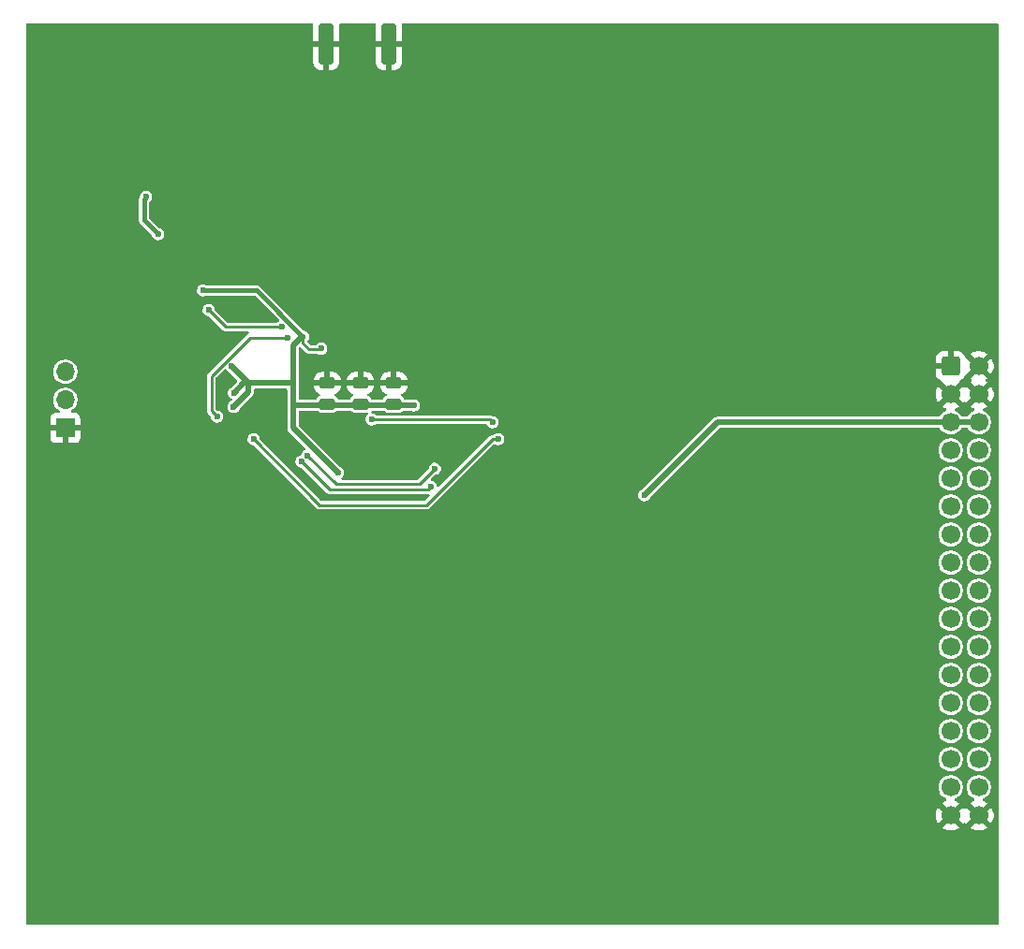
<source format=gbr>
%TF.GenerationSoftware,KiCad,Pcbnew,9.0.0*%
%TF.CreationDate,2025-10-06T17:29:31+02:00*%
%TF.ProjectId,stm32_radio,73746d33-325f-4726-9164-696f2e6b6963,rev?*%
%TF.SameCoordinates,Original*%
%TF.FileFunction,Copper,L2,Bot*%
%TF.FilePolarity,Positive*%
%FSLAX46Y46*%
G04 Gerber Fmt 4.6, Leading zero omitted, Abs format (unit mm)*
G04 Created by KiCad (PCBNEW 9.0.0) date 2025-10-06 17:29:31*
%MOMM*%
%LPD*%
G01*
G04 APERTURE LIST*
G04 Aperture macros list*
%AMRoundRect*
0 Rectangle with rounded corners*
0 $1 Rounding radius*
0 $2 $3 $4 $5 $6 $7 $8 $9 X,Y pos of 4 corners*
0 Add a 4 corners polygon primitive as box body*
4,1,4,$2,$3,$4,$5,$6,$7,$8,$9,$2,$3,0*
0 Add four circle primitives for the rounded corners*
1,1,$1+$1,$2,$3*
1,1,$1+$1,$4,$5*
1,1,$1+$1,$6,$7*
1,1,$1+$1,$8,$9*
0 Add four rect primitives between the rounded corners*
20,1,$1+$1,$2,$3,$4,$5,0*
20,1,$1+$1,$4,$5,$6,$7,0*
20,1,$1+$1,$6,$7,$8,$9,0*
20,1,$1+$1,$8,$9,$2,$3,0*%
G04 Aperture macros list end*
%TA.AperFunction,ComponentPad*%
%ADD10R,1.700000X1.700000*%
%TD*%
%TA.AperFunction,ComponentPad*%
%ADD11O,1.700000X1.700000*%
%TD*%
%TA.AperFunction,ComponentPad*%
%ADD12RoundRect,0.250000X-0.600000X-0.600000X0.600000X-0.600000X0.600000X0.600000X-0.600000X0.600000X0*%
%TD*%
%TA.AperFunction,ComponentPad*%
%ADD13C,1.700000*%
%TD*%
%TA.AperFunction,SMDPad,CuDef*%
%ADD14RoundRect,0.250000X0.425000X1.600000X-0.425000X1.600000X-0.425000X-1.600000X0.425000X-1.600000X0*%
%TD*%
%TA.AperFunction,SMDPad,CuDef*%
%ADD15RoundRect,0.250000X0.475000X-0.250000X0.475000X0.250000X-0.475000X0.250000X-0.475000X-0.250000X0*%
%TD*%
%TA.AperFunction,ViaPad*%
%ADD16C,0.600000*%
%TD*%
%TA.AperFunction,Conductor*%
%ADD17C,0.381000*%
%TD*%
%TA.AperFunction,Conductor*%
%ADD18C,0.254000*%
%TD*%
%TA.AperFunction,Conductor*%
%ADD19C,0.508000*%
%TD*%
G04 APERTURE END LIST*
D10*
%TO.P,J3,1,Pin_1*%
%TO.N,GND*%
X118364000Y-87884000D03*
D11*
%TO.P,J3,2,Pin_2*%
%TO.N,/Radio MCU/SWCLK*%
X118364000Y-85344000D03*
%TO.P,J3,3,Pin_3*%
%TO.N,/Radio MCU/SWDIO*%
X118364000Y-82804000D03*
%TD*%
D12*
%TO.P,B1,1,GND*%
%TO.N,GND*%
X198374000Y-82296000D03*
D13*
%TO.P,B1,2,GND*%
X200914000Y-82296000D03*
%TO.P,B1,3,GND*%
X198374000Y-84836000D03*
%TO.P,B1,4,GND*%
X200914000Y-84836000D03*
%TO.P,B1,5,Reg_bus_3v3*%
%TO.N,/Radio MCU/3V3*%
X198374000Y-87376000D03*
%TO.P,B1,6,Reg_bus_3v3*%
X200914000Y-87376000D03*
%TO.P,B1,7,Unreg_bus*%
%TO.N,/Radio MCU/VBAT*%
X198374000Y-89916000D03*
%TO.P,B1,8,Unreg_bus*%
X200914000Y-89916000D03*
%TO.P,B1,9,Perif1_EN*%
%TO.N,unconnected-(B1-Perif1_EN-Pad9)*%
X198374000Y-92456000D03*
%TO.P,B1,10,Perfi1_Data*%
%TO.N,unconnected-(B1-Perfi1_Data-Pad10)*%
X200914000Y-92456000D03*
%TO.P,B1,11,Perif1_Fault*%
%TO.N,unconnected-(B1-Perif1_Fault-Pad11)*%
X198374000Y-94996000D03*
%TO.P,B1,12,Perif1_AUX*%
%TO.N,unconnected-(B1-Perif1_AUX-Pad12)*%
X200914000Y-94996000D03*
%TO.P,B1,13,Perif2_EN*%
%TO.N,unconnected-(B1-Perif2_EN-Pad13)*%
X198374000Y-97536000D03*
%TO.P,B1,14,Perfi2_Data*%
%TO.N,unconnected-(B1-Perfi2_Data-Pad14)*%
X200914000Y-97536000D03*
%TO.P,B1,15,Perif2_Fault*%
%TO.N,unconnected-(B1-Perif2_Fault-Pad15)*%
X198374000Y-100076000D03*
%TO.P,B1,16,Perif2_AUX*%
%TO.N,unconnected-(B1-Perif2_AUX-Pad16)*%
X200914000Y-100076000D03*
%TO.P,B1,17,Perif3_EN*%
%TO.N,unconnected-(B1-Perif3_EN-Pad17)*%
X198374000Y-102616000D03*
%TO.P,B1,18,Perfi3_Data*%
%TO.N,unconnected-(B1-Perfi3_Data-Pad18)*%
X200914000Y-102616000D03*
%TO.P,B1,19,Perif3_Fault*%
%TO.N,unconnected-(B1-Perif3_Fault-Pad19)*%
X198374000Y-105156000D03*
%TO.P,B1,20,Perif3_AUX*%
%TO.N,unconnected-(B1-Perif3_AUX-Pad20)*%
X200914000Y-105156000D03*
%TO.P,B1,21,Perif4_EN*%
%TO.N,unconnected-(B1-Perif4_EN-Pad21)*%
X198374000Y-107696000D03*
%TO.P,B1,22,Perfi4_Data*%
%TO.N,unconnected-(B1-Perfi4_Data-Pad22)*%
X200914000Y-107696000D03*
%TO.P,B1,23,Perif4_Fault*%
%TO.N,unconnected-(B1-Perif4_Fault-Pad23)*%
X198374000Y-110236000D03*
%TO.P,B1,24,Perif4_AUX*%
%TO.N,unconnected-(B1-Perif4_AUX-Pad24)*%
X200914000Y-110236000D03*
%TO.P,B1,25,COM_EN*%
%TO.N,/Power EN*%
X198374000Y-112776000D03*
%TO.P,B1,26,COM_Data*%
%TO.N,/Radio MCU/UART*%
X200914000Y-112776000D03*
%TO.P,B1,27,COM_Fault*%
%TO.N,/nFAULT*%
X198374000Y-115316000D03*
%TO.P,B1,28,COM_AUX*%
%TO.N,unconnected-(B1-COM_AUX-Pad28)*%
X200914000Y-115316000D03*
%TO.P,B1,29,AUX1*%
%TO.N,unconnected-(B1-AUX1-Pad29)*%
X198374000Y-117856000D03*
%TO.P,B1,30,AUX2*%
%TO.N,unconnected-(B1-AUX2-Pad30)*%
X200914000Y-117856000D03*
%TO.P,B1,31,AUX3*%
%TO.N,unconnected-(B1-AUX3-Pad31)*%
X198374000Y-120396000D03*
%TO.P,B1,32,AUX4*%
%TO.N,unconnected-(B1-AUX4-Pad32)*%
X200914000Y-120396000D03*
%TO.P,B1,33,GND*%
%TO.N,GND*%
X198374000Y-122936000D03*
%TO.P,B1,34,GND*%
X200914000Y-122936000D03*
%TD*%
D14*
%TO.P,J2,2,Ext*%
%TO.N,GND*%
X141955000Y-53172500D03*
X147605000Y-53172500D03*
%TD*%
D15*
%TO.P,C3,1*%
%TO.N,/Radio MCU/3V3*%
X145045750Y-85720000D03*
%TO.P,C3,2*%
%TO.N,GND*%
X145045750Y-83820000D03*
%TD*%
%TO.P,C2,1*%
%TO.N,/Radio MCU/3V3*%
X148055750Y-85720000D03*
%TO.P,C2,2*%
%TO.N,GND*%
X148055750Y-83820000D03*
%TD*%
%TO.P,C4,1*%
%TO.N,/Radio MCU/3V3*%
X142035750Y-85720000D03*
%TO.P,C4,2*%
%TO.N,GND*%
X142035750Y-83820000D03*
%TD*%
D16*
%TO.N,/Radio MCU/RF out/TX_EN*%
X125659021Y-66988181D03*
X126746000Y-70358000D03*
%TO.N,/Radio MCU/3V3*%
X130810000Y-75438000D03*
%TO.N,Net-(U1-OSC_IN)*%
X131318000Y-77216000D03*
X137922000Y-78740000D03*
%TO.N,GND*%
X130556000Y-68834000D03*
X159258000Y-70104000D03*
X156972000Y-62992000D03*
X151638000Y-59182000D03*
X149860000Y-65278000D03*
X141224000Y-67310000D03*
X136144000Y-60198000D03*
X130810000Y-62992000D03*
X151130000Y-76962000D03*
X148590000Y-74676000D03*
X151892000Y-71882000D03*
X154178000Y-73660000D03*
X144018000Y-76962000D03*
X146050000Y-82296000D03*
X148590000Y-78994000D03*
X134366000Y-77978000D03*
X137922000Y-75692000D03*
X143764000Y-72644000D03*
X139700000Y-73660000D03*
%TO.N,/Radio MCU/3V3*%
X170688000Y-93980000D03*
X133604000Y-84713000D03*
X133592000Y-85967000D03*
X142999000Y-91945000D03*
X133350000Y-82296000D03*
X141482775Y-80707512D03*
X139852167Y-79621000D03*
X149860000Y-85852000D03*
%TO.N,GND*%
X144272000Y-64516000D03*
X144018000Y-87884000D03*
X140208000Y-84836000D03*
X139446000Y-93980000D03*
X140208000Y-82296000D03*
X145796000Y-59944000D03*
X143256000Y-59436000D03*
X133096000Y-87122000D03*
X136578840Y-85524840D03*
X122682000Y-93980000D03*
X145288000Y-94234000D03*
X152908000Y-68072000D03*
X133096000Y-94234000D03*
X130302000Y-84328000D03*
X127000000Y-93980000D03*
%TO.N,/Radio MCU/1V5*%
X132080000Y-86868000D03*
X138428413Y-79717758D03*
%TO.N,/Radio MCU/UART2_RX*%
X151765000Y-91567000D03*
X140265687Y-90366313D03*
%TO.N,/Radio MCU/UART2_TX*%
X139700000Y-90932000D03*
X151384000Y-93218000D03*
%TO.N,Net-(Q4-E)*%
X157480000Y-88900000D03*
X135382000Y-88900000D03*
%TO.N,Net-(U1-PA5)*%
X156972000Y-87376000D03*
X146050000Y-87122000D03*
%TD*%
D17*
%TO.N,/Radio MCU/RF out/TX_EN*%
X125476000Y-67171202D02*
X125659021Y-66988181D01*
X125476000Y-69088000D02*
X125476000Y-67171202D01*
X126746000Y-70358000D02*
X125476000Y-69088000D01*
%TO.N,/Radio MCU/3V3*%
X130810000Y-75438000D02*
X135669167Y-75438000D01*
X135669167Y-75438000D02*
X139852167Y-79621000D01*
D18*
%TO.N,Net-(U1-OSC_IN)*%
X132842000Y-78740000D02*
X131318000Y-77216000D01*
X137922000Y-78740000D02*
X132842000Y-78740000D01*
%TO.N,/Radio MCU/UART2_RX*%
X142863374Y-92964000D02*
X140265687Y-90366313D01*
X150368000Y-92964000D02*
X142863374Y-92964000D01*
X151765000Y-91567000D02*
X150368000Y-92964000D01*
D19*
%TO.N,/Radio MCU/3V3*%
X177292000Y-87376000D02*
X170688000Y-93980000D01*
X198374000Y-87376000D02*
X177292000Y-87376000D01*
X145045750Y-85807500D02*
X142035750Y-85807500D01*
X139760682Y-79621000D02*
X138938000Y-80443682D01*
X149860000Y-85852000D02*
X148187750Y-85852000D01*
D18*
X139852167Y-80220483D02*
X140403684Y-80772000D01*
D19*
X138938000Y-87884000D02*
X138938000Y-83820000D01*
X138938000Y-83820000D02*
X134874000Y-83820000D01*
X134497000Y-83820000D02*
X133604000Y-84713000D01*
X148055750Y-85807500D02*
X145045750Y-85807500D01*
X142999000Y-91945000D02*
X138938000Y-87884000D01*
X142035750Y-85807500D02*
X139025750Y-85807500D01*
X138938000Y-80443682D02*
X138938000Y-83820000D01*
D18*
X141418287Y-80772000D02*
X141482775Y-80707512D01*
X139852167Y-79621000D02*
X139852167Y-80220483D01*
X140403684Y-80772000D02*
X141418287Y-80772000D01*
D19*
X148187750Y-85852000D02*
X148055750Y-85720000D01*
X139852167Y-79621000D02*
X139760682Y-79621000D01*
X134874000Y-83820000D02*
X134497000Y-83820000D01*
X134874000Y-83820000D02*
X134874000Y-84685000D01*
X134874000Y-84685000D02*
X133592000Y-85967000D01*
X134874000Y-83820000D02*
X133350000Y-82296000D01*
D18*
%TO.N,/Radio MCU/1V5*%
X138428413Y-79717758D02*
X135040115Y-79717758D01*
X135040115Y-79717758D02*
X131572000Y-83185873D01*
X131572000Y-83185873D02*
X131572000Y-85344000D01*
X131572000Y-86360000D02*
X132080000Y-86868000D01*
X131572000Y-85344000D02*
X131572000Y-86360000D01*
D19*
%TO.N,/Radio MCU/3V3*%
X200914000Y-87376000D02*
X198374000Y-87376000D01*
D18*
%TO.N,/Radio MCU/UART2_TX*%
X151130000Y-93472000D02*
X151384000Y-93218000D01*
X149606000Y-93472000D02*
X151130000Y-93472000D01*
X142240000Y-93472000D02*
X149606000Y-93472000D01*
X139700000Y-90932000D02*
X142240000Y-93472000D01*
%TO.N,Net-(Q4-E)*%
X135382000Y-88900000D02*
X141344000Y-94862000D01*
X156972000Y-88900000D02*
X157480000Y-88900000D01*
X151010000Y-94862000D02*
X156972000Y-88900000D01*
X141344000Y-94862000D02*
X151010000Y-94862000D01*
%TO.N,Net-(U1-PA5)*%
X156972000Y-87376000D02*
X156718000Y-87122000D01*
X156718000Y-87122000D02*
X146050000Y-87122000D01*
%TD*%
%TA.AperFunction,Conductor*%
%TO.N,GND*%
G36*
X200448075Y-85028993D02*
G01*
X200513901Y-85143007D01*
X200606993Y-85236099D01*
X200721007Y-85301925D01*
X200784590Y-85318962D01*
X200152282Y-85951269D01*
X200206446Y-85990622D01*
X200395778Y-86087092D01*
X200395787Y-86087096D01*
X200482739Y-86115348D01*
X200541345Y-86155421D01*
X200568983Y-86220817D01*
X200556877Y-86290774D01*
X200508871Y-86343081D01*
X200492033Y-86351585D01*
X200490030Y-86352414D01*
X200335112Y-86431349D01*
X200194464Y-86533536D01*
X200071536Y-86656464D01*
X199969347Y-86797115D01*
X199969343Y-86797122D01*
X199968535Y-86798708D01*
X199968068Y-86799201D01*
X199966759Y-86801339D01*
X199966309Y-86801063D01*
X199919784Y-86850321D01*
X199856271Y-86867500D01*
X199431729Y-86867500D01*
X199363608Y-86847498D01*
X199321629Y-86801100D01*
X199321241Y-86801339D01*
X199319972Y-86799268D01*
X199319465Y-86798708D01*
X199318656Y-86797122D01*
X199318652Y-86797115D01*
X199317115Y-86795000D01*
X199216465Y-86656467D01*
X199216463Y-86656464D01*
X199093535Y-86533536D01*
X198952887Y-86431349D01*
X198952886Y-86431348D01*
X198952884Y-86431347D01*
X198797981Y-86352420D01*
X198797978Y-86352419D01*
X198795972Y-86351588D01*
X198795327Y-86351068D01*
X198793570Y-86350173D01*
X198793758Y-86349803D01*
X198740693Y-86307038D01*
X198718275Y-86239673D01*
X198735836Y-86170883D01*
X198787800Y-86122506D01*
X198805260Y-86115347D01*
X198892222Y-86087092D01*
X199081555Y-85990621D01*
X199081557Y-85990620D01*
X199135716Y-85951270D01*
X199135717Y-85951269D01*
X198503410Y-85318962D01*
X198566993Y-85301925D01*
X198681007Y-85236099D01*
X198774099Y-85143007D01*
X198839925Y-85028993D01*
X198856962Y-84965410D01*
X199489269Y-85597717D01*
X199489270Y-85597716D01*
X199528620Y-85543557D01*
X199528621Y-85543556D01*
X199531732Y-85537451D01*
X199580480Y-85485835D01*
X199649395Y-85468768D01*
X199716596Y-85491668D01*
X199756268Y-85537451D01*
X199759377Y-85543553D01*
X199798729Y-85597716D01*
X199798730Y-85597716D01*
X200431037Y-84965409D01*
X200448075Y-85028993D01*
G37*
%TD.AperFunction*%
%TA.AperFunction,Conductor*%
G36*
X200448075Y-82488993D02*
G01*
X200513901Y-82603007D01*
X200606993Y-82696099D01*
X200721007Y-82761925D01*
X200784590Y-82778962D01*
X200183756Y-83379795D01*
X200260647Y-83496805D01*
X200281340Y-83564718D01*
X200262032Y-83633039D01*
X200212553Y-83678265D01*
X200206453Y-83681373D01*
X200206446Y-83681377D01*
X200152282Y-83720729D01*
X200784591Y-84353037D01*
X200721007Y-84370075D01*
X200606993Y-84435901D01*
X200513901Y-84528993D01*
X200448075Y-84643007D01*
X200431037Y-84706590D01*
X199798729Y-84074282D01*
X199759377Y-84128446D01*
X199759373Y-84128453D01*
X199756265Y-84134553D01*
X199707516Y-84186167D01*
X199638601Y-84203231D01*
X199571400Y-84180328D01*
X199531735Y-84134553D01*
X199528624Y-84128449D01*
X199489269Y-84074282D01*
X198856962Y-84706589D01*
X198839925Y-84643007D01*
X198774099Y-84528993D01*
X198681007Y-84435901D01*
X198566993Y-84370075D01*
X198503409Y-84353037D01*
X199140271Y-83716175D01*
X199151293Y-83663712D01*
X199201135Y-83613152D01*
X199222677Y-83603700D01*
X199293121Y-83580357D01*
X199442344Y-83488316D01*
X199442350Y-83488311D01*
X199566311Y-83364350D01*
X199566318Y-83364341D01*
X199604367Y-83302653D01*
X199687808Y-83129588D01*
X199706361Y-83109057D01*
X199722114Y-83086305D01*
X199729816Y-83083102D01*
X199735409Y-83076914D01*
X199762118Y-83069672D01*
X199787670Y-83059049D01*
X199797545Y-83058901D01*
X200431037Y-82425409D01*
X200448075Y-82488993D01*
G37*
%TD.AperFunction*%
%TA.AperFunction,Conductor*%
G36*
X140678102Y-51304889D02*
G01*
X140693669Y-51304251D01*
X140711472Y-51314687D01*
X140731275Y-51320502D01*
X140741477Y-51332276D01*
X140754918Y-51340155D01*
X140764253Y-51358561D01*
X140777768Y-51374158D01*
X140780464Y-51390523D01*
X140787032Y-51403473D01*
X140788501Y-51439305D01*
X140788501Y-51439307D01*
X140780000Y-51522512D01*
X140780000Y-52922500D01*
X143129999Y-52922500D01*
X143129999Y-51522521D01*
X143121498Y-51439305D01*
X143134474Y-51369504D01*
X143183127Y-51317799D01*
X143246846Y-51300500D01*
X146313154Y-51300500D01*
X146381275Y-51320502D01*
X146427768Y-51374158D01*
X146438501Y-51439307D01*
X146430000Y-51522512D01*
X146430000Y-52922500D01*
X148779999Y-52922500D01*
X148779999Y-51522521D01*
X148771498Y-51439305D01*
X148784474Y-51369504D01*
X148833127Y-51317799D01*
X148896846Y-51300500D01*
X202573500Y-51300500D01*
X202641621Y-51320502D01*
X202688114Y-51374158D01*
X202699500Y-51426500D01*
X202699500Y-132723500D01*
X202679498Y-132791621D01*
X202625842Y-132838114D01*
X202573500Y-132849500D01*
X114926500Y-132849500D01*
X114858379Y-132829498D01*
X114811886Y-132775842D01*
X114800500Y-132723500D01*
X114800500Y-122829756D01*
X197024000Y-122829756D01*
X197024000Y-123042243D01*
X197057243Y-123252131D01*
X197122904Y-123454215D01*
X197122907Y-123454221D01*
X197219377Y-123643553D01*
X197258729Y-123697716D01*
X197258730Y-123697716D01*
X197891037Y-123065409D01*
X197908075Y-123128993D01*
X197973901Y-123243007D01*
X198066993Y-123336099D01*
X198181007Y-123401925D01*
X198244590Y-123418962D01*
X197612282Y-124051269D01*
X197666446Y-124090622D01*
X197855778Y-124187092D01*
X197855784Y-124187095D01*
X198057870Y-124252756D01*
X198057866Y-124252756D01*
X198267756Y-124286000D01*
X198480244Y-124286000D01*
X198690131Y-124252756D01*
X198892215Y-124187095D01*
X198892221Y-124187092D01*
X199081555Y-124090621D01*
X199081557Y-124090620D01*
X199135716Y-124051270D01*
X199135717Y-124051269D01*
X198503410Y-123418962D01*
X198566993Y-123401925D01*
X198681007Y-123336099D01*
X198774099Y-123243007D01*
X198839925Y-123128993D01*
X198856962Y-123065410D01*
X199489269Y-123697717D01*
X199489270Y-123697716D01*
X199528620Y-123643557D01*
X199528621Y-123643556D01*
X199531732Y-123637451D01*
X199580480Y-123585835D01*
X199649395Y-123568768D01*
X199716596Y-123591668D01*
X199756268Y-123637451D01*
X199759377Y-123643553D01*
X199798729Y-123697716D01*
X199798730Y-123697716D01*
X200431037Y-123065409D01*
X200448075Y-123128993D01*
X200513901Y-123243007D01*
X200606993Y-123336099D01*
X200721007Y-123401925D01*
X200784590Y-123418962D01*
X200152282Y-124051269D01*
X200206446Y-124090622D01*
X200395778Y-124187092D01*
X200395784Y-124187095D01*
X200597870Y-124252756D01*
X200597866Y-124252756D01*
X200807756Y-124286000D01*
X201020244Y-124286000D01*
X201230131Y-124252756D01*
X201432215Y-124187095D01*
X201432221Y-124187092D01*
X201621555Y-124090621D01*
X201621557Y-124090620D01*
X201675716Y-124051270D01*
X201675717Y-124051269D01*
X201043410Y-123418962D01*
X201106993Y-123401925D01*
X201221007Y-123336099D01*
X201314099Y-123243007D01*
X201379925Y-123128993D01*
X201396962Y-123065410D01*
X202029269Y-123697717D01*
X202029270Y-123697716D01*
X202068620Y-123643557D01*
X202068621Y-123643555D01*
X202165092Y-123454221D01*
X202165095Y-123454215D01*
X202230756Y-123252131D01*
X202264000Y-123042243D01*
X202264000Y-122829756D01*
X202230756Y-122619868D01*
X202165095Y-122417784D01*
X202165092Y-122417778D01*
X202068622Y-122228446D01*
X202029269Y-122174282D01*
X201396962Y-122806589D01*
X201379925Y-122743007D01*
X201314099Y-122628993D01*
X201221007Y-122535901D01*
X201106993Y-122470075D01*
X201043409Y-122453037D01*
X201675716Y-121820730D01*
X201675716Y-121820729D01*
X201621553Y-121781377D01*
X201432221Y-121684907D01*
X201432215Y-121684904D01*
X201345259Y-121656651D01*
X201286653Y-121616578D01*
X201259016Y-121551181D01*
X201271123Y-121481224D01*
X201319129Y-121428918D01*
X201335987Y-121420405D01*
X201337967Y-121419584D01*
X201337981Y-121419580D01*
X201492884Y-121340653D01*
X201633533Y-121238465D01*
X201756465Y-121115533D01*
X201858653Y-120974884D01*
X201937580Y-120819981D01*
X201991303Y-120654638D01*
X202018500Y-120482926D01*
X202018500Y-120309074D01*
X201991303Y-120137362D01*
X201937580Y-119972019D01*
X201858653Y-119817116D01*
X201756465Y-119676467D01*
X201756463Y-119676464D01*
X201633535Y-119553536D01*
X201492887Y-119451349D01*
X201492886Y-119451348D01*
X201492884Y-119451347D01*
X201337981Y-119372420D01*
X201337978Y-119372419D01*
X201337976Y-119372418D01*
X201172642Y-119318698D01*
X201172640Y-119318697D01*
X201172638Y-119318697D01*
X201000926Y-119291500D01*
X200827074Y-119291500D01*
X200655362Y-119318697D01*
X200655360Y-119318697D01*
X200655357Y-119318698D01*
X200490023Y-119372418D01*
X200490017Y-119372421D01*
X200335112Y-119451349D01*
X200194464Y-119553536D01*
X200071536Y-119676464D01*
X199969349Y-119817112D01*
X199890421Y-119972017D01*
X199890418Y-119972023D01*
X199836698Y-120137357D01*
X199836697Y-120137360D01*
X199836697Y-120137362D01*
X199809500Y-120309074D01*
X199809500Y-120482926D01*
X199836697Y-120654638D01*
X199890420Y-120819981D01*
X199890421Y-120819982D01*
X199969349Y-120974887D01*
X200071536Y-121115535D01*
X200194464Y-121238463D01*
X200194467Y-121238465D01*
X200335116Y-121340653D01*
X200490019Y-121419580D01*
X200490029Y-121419583D01*
X200492018Y-121420407D01*
X200492662Y-121420926D01*
X200494430Y-121421827D01*
X200494240Y-121422198D01*
X200547300Y-121464954D01*
X200569724Y-121532316D01*
X200552168Y-121601108D01*
X200500208Y-121649488D01*
X200482740Y-121656651D01*
X200395784Y-121684904D01*
X200395778Y-121684907D01*
X200206447Y-121781376D01*
X200206446Y-121781377D01*
X200152282Y-121820729D01*
X200784591Y-122453037D01*
X200721007Y-122470075D01*
X200606993Y-122535901D01*
X200513901Y-122628993D01*
X200448075Y-122743007D01*
X200431037Y-122806590D01*
X199798729Y-122174282D01*
X199759377Y-122228446D01*
X199759373Y-122228453D01*
X199756265Y-122234553D01*
X199707516Y-122286167D01*
X199638601Y-122303231D01*
X199571400Y-122280328D01*
X199531735Y-122234553D01*
X199528624Y-122228449D01*
X199489269Y-122174282D01*
X198856962Y-122806589D01*
X198839925Y-122743007D01*
X198774099Y-122628993D01*
X198681007Y-122535901D01*
X198566993Y-122470075D01*
X198503409Y-122453037D01*
X199135716Y-121820730D01*
X199135716Y-121820729D01*
X199081553Y-121781377D01*
X198892221Y-121684907D01*
X198892215Y-121684904D01*
X198805259Y-121656651D01*
X198746653Y-121616578D01*
X198719016Y-121551181D01*
X198731123Y-121481224D01*
X198779129Y-121428918D01*
X198795987Y-121420405D01*
X198797967Y-121419584D01*
X198797981Y-121419580D01*
X198952884Y-121340653D01*
X199093533Y-121238465D01*
X199216465Y-121115533D01*
X199318653Y-120974884D01*
X199397580Y-120819981D01*
X199451303Y-120654638D01*
X199478500Y-120482926D01*
X199478500Y-120309074D01*
X199451303Y-120137362D01*
X199397580Y-119972019D01*
X199318653Y-119817116D01*
X199216465Y-119676467D01*
X199216463Y-119676464D01*
X199093535Y-119553536D01*
X198952887Y-119451349D01*
X198952886Y-119451348D01*
X198952884Y-119451347D01*
X198797981Y-119372420D01*
X198797978Y-119372419D01*
X198797976Y-119372418D01*
X198632642Y-119318698D01*
X198632640Y-119318697D01*
X198632638Y-119318697D01*
X198460926Y-119291500D01*
X198287074Y-119291500D01*
X198115362Y-119318697D01*
X198115360Y-119318697D01*
X198115357Y-119318698D01*
X197950023Y-119372418D01*
X197950017Y-119372421D01*
X197795112Y-119451349D01*
X197654464Y-119553536D01*
X197531536Y-119676464D01*
X197429349Y-119817112D01*
X197350421Y-119972017D01*
X197350418Y-119972023D01*
X197296698Y-120137357D01*
X197296697Y-120137360D01*
X197296697Y-120137362D01*
X197269500Y-120309074D01*
X197269500Y-120482926D01*
X197296697Y-120654638D01*
X197350420Y-120819981D01*
X197350421Y-120819982D01*
X197429349Y-120974887D01*
X197531536Y-121115535D01*
X197654464Y-121238463D01*
X197654467Y-121238465D01*
X197795116Y-121340653D01*
X197950019Y-121419580D01*
X197950029Y-121419583D01*
X197952018Y-121420407D01*
X197952662Y-121420926D01*
X197954430Y-121421827D01*
X197954240Y-121422198D01*
X198007300Y-121464954D01*
X198029724Y-121532316D01*
X198012168Y-121601108D01*
X197960208Y-121649488D01*
X197942740Y-121656651D01*
X197855784Y-121684904D01*
X197855778Y-121684907D01*
X197666447Y-121781376D01*
X197666446Y-121781377D01*
X197612282Y-121820729D01*
X198244591Y-122453037D01*
X198181007Y-122470075D01*
X198066993Y-122535901D01*
X197973901Y-122628993D01*
X197908075Y-122743007D01*
X197891037Y-122806590D01*
X197258729Y-122174282D01*
X197219377Y-122228446D01*
X197219376Y-122228447D01*
X197122907Y-122417778D01*
X197122904Y-122417784D01*
X197057243Y-122619868D01*
X197024000Y-122829756D01*
X114800500Y-122829756D01*
X114800500Y-117769074D01*
X197269500Y-117769074D01*
X197269500Y-117942926D01*
X197296697Y-118114638D01*
X197350420Y-118279981D01*
X197350421Y-118279982D01*
X197429349Y-118434887D01*
X197531536Y-118575535D01*
X197654464Y-118698463D01*
X197654467Y-118698465D01*
X197795116Y-118800653D01*
X197950019Y-118879580D01*
X198115362Y-118933303D01*
X198287074Y-118960500D01*
X198287077Y-118960500D01*
X198460923Y-118960500D01*
X198460926Y-118960500D01*
X198632638Y-118933303D01*
X198797981Y-118879580D01*
X198952884Y-118800653D01*
X199093533Y-118698465D01*
X199216465Y-118575533D01*
X199318653Y-118434884D01*
X199397580Y-118279981D01*
X199451303Y-118114638D01*
X199478500Y-117942926D01*
X199478500Y-117769074D01*
X199809500Y-117769074D01*
X199809500Y-117942926D01*
X199836697Y-118114638D01*
X199890420Y-118279981D01*
X199890421Y-118279982D01*
X199969349Y-118434887D01*
X200071536Y-118575535D01*
X200194464Y-118698463D01*
X200194467Y-118698465D01*
X200335116Y-118800653D01*
X200490019Y-118879580D01*
X200655362Y-118933303D01*
X200827074Y-118960500D01*
X200827077Y-118960500D01*
X201000923Y-118960500D01*
X201000926Y-118960500D01*
X201172638Y-118933303D01*
X201337981Y-118879580D01*
X201492884Y-118800653D01*
X201633533Y-118698465D01*
X201756465Y-118575533D01*
X201858653Y-118434884D01*
X201937580Y-118279981D01*
X201991303Y-118114638D01*
X202018500Y-117942926D01*
X202018500Y-117769074D01*
X201991303Y-117597362D01*
X201937580Y-117432019D01*
X201858653Y-117277116D01*
X201756465Y-117136467D01*
X201756463Y-117136464D01*
X201633535Y-117013536D01*
X201492887Y-116911349D01*
X201492886Y-116911348D01*
X201492884Y-116911347D01*
X201337981Y-116832420D01*
X201337978Y-116832419D01*
X201337976Y-116832418D01*
X201172642Y-116778698D01*
X201172640Y-116778697D01*
X201172638Y-116778697D01*
X201000926Y-116751500D01*
X200827074Y-116751500D01*
X200655362Y-116778697D01*
X200655360Y-116778697D01*
X200655357Y-116778698D01*
X200490023Y-116832418D01*
X200490017Y-116832421D01*
X200335112Y-116911349D01*
X200194464Y-117013536D01*
X200071536Y-117136464D01*
X199969349Y-117277112D01*
X199890421Y-117432017D01*
X199890418Y-117432023D01*
X199836698Y-117597357D01*
X199836697Y-117597360D01*
X199836697Y-117597362D01*
X199809500Y-117769074D01*
X199478500Y-117769074D01*
X199451303Y-117597362D01*
X199397580Y-117432019D01*
X199318653Y-117277116D01*
X199216465Y-117136467D01*
X199216463Y-117136464D01*
X199093535Y-117013536D01*
X198952887Y-116911349D01*
X198952886Y-116911348D01*
X198952884Y-116911347D01*
X198797981Y-116832420D01*
X198797978Y-116832419D01*
X198797976Y-116832418D01*
X198632642Y-116778698D01*
X198632640Y-116778697D01*
X198632638Y-116778697D01*
X198460926Y-116751500D01*
X198287074Y-116751500D01*
X198115362Y-116778697D01*
X198115360Y-116778697D01*
X198115357Y-116778698D01*
X197950023Y-116832418D01*
X197950017Y-116832421D01*
X197795112Y-116911349D01*
X197654464Y-117013536D01*
X197531536Y-117136464D01*
X197429349Y-117277112D01*
X197350421Y-117432017D01*
X197350418Y-117432023D01*
X197296698Y-117597357D01*
X197296697Y-117597360D01*
X197296697Y-117597362D01*
X197269500Y-117769074D01*
X114800500Y-117769074D01*
X114800500Y-115229074D01*
X197269500Y-115229074D01*
X197269500Y-115402926D01*
X197296697Y-115574638D01*
X197350420Y-115739981D01*
X197350421Y-115739982D01*
X197429349Y-115894887D01*
X197531536Y-116035535D01*
X197654464Y-116158463D01*
X197654467Y-116158465D01*
X197795116Y-116260653D01*
X197950019Y-116339580D01*
X198115362Y-116393303D01*
X198287074Y-116420500D01*
X198287077Y-116420500D01*
X198460923Y-116420500D01*
X198460926Y-116420500D01*
X198632638Y-116393303D01*
X198797981Y-116339580D01*
X198952884Y-116260653D01*
X199093533Y-116158465D01*
X199216465Y-116035533D01*
X199318653Y-115894884D01*
X199397580Y-115739981D01*
X199451303Y-115574638D01*
X199478500Y-115402926D01*
X199478500Y-115229074D01*
X199809500Y-115229074D01*
X199809500Y-115402926D01*
X199836697Y-115574638D01*
X199890420Y-115739981D01*
X199890421Y-115739982D01*
X199969349Y-115894887D01*
X200071536Y-116035535D01*
X200194464Y-116158463D01*
X200194467Y-116158465D01*
X200335116Y-116260653D01*
X200490019Y-116339580D01*
X200655362Y-116393303D01*
X200827074Y-116420500D01*
X200827077Y-116420500D01*
X201000923Y-116420500D01*
X201000926Y-116420500D01*
X201172638Y-116393303D01*
X201337981Y-116339580D01*
X201492884Y-116260653D01*
X201633533Y-116158465D01*
X201756465Y-116035533D01*
X201858653Y-115894884D01*
X201937580Y-115739981D01*
X201991303Y-115574638D01*
X202018500Y-115402926D01*
X202018500Y-115229074D01*
X201991303Y-115057362D01*
X201937580Y-114892019D01*
X201858653Y-114737116D01*
X201756465Y-114596467D01*
X201756463Y-114596464D01*
X201633535Y-114473536D01*
X201492887Y-114371349D01*
X201492886Y-114371348D01*
X201492884Y-114371347D01*
X201337981Y-114292420D01*
X201337978Y-114292419D01*
X201337976Y-114292418D01*
X201172642Y-114238698D01*
X201172640Y-114238697D01*
X201172638Y-114238697D01*
X201000926Y-114211500D01*
X200827074Y-114211500D01*
X200655362Y-114238697D01*
X200655360Y-114238697D01*
X200655357Y-114238698D01*
X200490023Y-114292418D01*
X200490017Y-114292421D01*
X200335112Y-114371349D01*
X200194464Y-114473536D01*
X200071536Y-114596464D01*
X199969349Y-114737112D01*
X199890421Y-114892017D01*
X199890418Y-114892023D01*
X199836698Y-115057357D01*
X199836697Y-115057360D01*
X199836697Y-115057362D01*
X199809500Y-115229074D01*
X199478500Y-115229074D01*
X199451303Y-115057362D01*
X199397580Y-114892019D01*
X199318653Y-114737116D01*
X199216465Y-114596467D01*
X199216463Y-114596464D01*
X199093535Y-114473536D01*
X198952887Y-114371349D01*
X198952886Y-114371348D01*
X198952884Y-114371347D01*
X198797981Y-114292420D01*
X198797978Y-114292419D01*
X198797976Y-114292418D01*
X198632642Y-114238698D01*
X198632640Y-114238697D01*
X198632638Y-114238697D01*
X198460926Y-114211500D01*
X198287074Y-114211500D01*
X198115362Y-114238697D01*
X198115360Y-114238697D01*
X198115357Y-114238698D01*
X197950023Y-114292418D01*
X197950017Y-114292421D01*
X197795112Y-114371349D01*
X197654464Y-114473536D01*
X197531536Y-114596464D01*
X197429349Y-114737112D01*
X197350421Y-114892017D01*
X197350418Y-114892023D01*
X197296698Y-115057357D01*
X197296697Y-115057360D01*
X197296697Y-115057362D01*
X197269500Y-115229074D01*
X114800500Y-115229074D01*
X114800500Y-112689074D01*
X197269500Y-112689074D01*
X197269500Y-112862926D01*
X197296697Y-113034638D01*
X197350420Y-113199981D01*
X197350421Y-113199982D01*
X197429349Y-113354887D01*
X197531536Y-113495535D01*
X197654464Y-113618463D01*
X197654467Y-113618465D01*
X197795116Y-113720653D01*
X197950019Y-113799580D01*
X198115362Y-113853303D01*
X198287074Y-113880500D01*
X198287077Y-113880500D01*
X198460923Y-113880500D01*
X198460926Y-113880500D01*
X198632638Y-113853303D01*
X198797981Y-113799580D01*
X198952884Y-113720653D01*
X199093533Y-113618465D01*
X199216465Y-113495533D01*
X199318653Y-113354884D01*
X199397580Y-113199981D01*
X199451303Y-113034638D01*
X199478500Y-112862926D01*
X199478500Y-112689074D01*
X199809500Y-112689074D01*
X199809500Y-112862926D01*
X199836697Y-113034638D01*
X199890420Y-113199981D01*
X199890421Y-113199982D01*
X199969349Y-113354887D01*
X200071536Y-113495535D01*
X200194464Y-113618463D01*
X200194467Y-113618465D01*
X200335116Y-113720653D01*
X200490019Y-113799580D01*
X200655362Y-113853303D01*
X200827074Y-113880500D01*
X200827077Y-113880500D01*
X201000923Y-113880500D01*
X201000926Y-113880500D01*
X201172638Y-113853303D01*
X201337981Y-113799580D01*
X201492884Y-113720653D01*
X201633533Y-113618465D01*
X201756465Y-113495533D01*
X201858653Y-113354884D01*
X201937580Y-113199981D01*
X201991303Y-113034638D01*
X202018500Y-112862926D01*
X202018500Y-112689074D01*
X201991303Y-112517362D01*
X201937580Y-112352019D01*
X201858653Y-112197116D01*
X201756465Y-112056467D01*
X201756463Y-112056464D01*
X201633535Y-111933536D01*
X201492887Y-111831349D01*
X201492886Y-111831348D01*
X201492884Y-111831347D01*
X201337981Y-111752420D01*
X201337978Y-111752419D01*
X201337976Y-111752418D01*
X201172642Y-111698698D01*
X201172640Y-111698697D01*
X201172638Y-111698697D01*
X201000926Y-111671500D01*
X200827074Y-111671500D01*
X200655362Y-111698697D01*
X200655360Y-111698697D01*
X200655357Y-111698698D01*
X200490023Y-111752418D01*
X200490017Y-111752421D01*
X200335112Y-111831349D01*
X200194464Y-111933536D01*
X200071536Y-112056464D01*
X199969349Y-112197112D01*
X199890421Y-112352017D01*
X199890418Y-112352023D01*
X199836698Y-112517357D01*
X199836697Y-112517360D01*
X199836697Y-112517362D01*
X199809500Y-112689074D01*
X199478500Y-112689074D01*
X199451303Y-112517362D01*
X199397580Y-112352019D01*
X199318653Y-112197116D01*
X199216465Y-112056467D01*
X199216463Y-112056464D01*
X199093535Y-111933536D01*
X198952887Y-111831349D01*
X198952886Y-111831348D01*
X198952884Y-111831347D01*
X198797981Y-111752420D01*
X198797978Y-111752419D01*
X198797976Y-111752418D01*
X198632642Y-111698698D01*
X198632640Y-111698697D01*
X198632638Y-111698697D01*
X198460926Y-111671500D01*
X198287074Y-111671500D01*
X198115362Y-111698697D01*
X198115360Y-111698697D01*
X198115357Y-111698698D01*
X197950023Y-111752418D01*
X197950017Y-111752421D01*
X197795112Y-111831349D01*
X197654464Y-111933536D01*
X197531536Y-112056464D01*
X197429349Y-112197112D01*
X197350421Y-112352017D01*
X197350418Y-112352023D01*
X197296698Y-112517357D01*
X197296697Y-112517360D01*
X197296697Y-112517362D01*
X197269500Y-112689074D01*
X114800500Y-112689074D01*
X114800500Y-110149074D01*
X197269500Y-110149074D01*
X197269500Y-110322926D01*
X197296697Y-110494638D01*
X197350420Y-110659981D01*
X197350421Y-110659982D01*
X197429349Y-110814887D01*
X197531536Y-110955535D01*
X197654464Y-111078463D01*
X197654467Y-111078465D01*
X197795116Y-111180653D01*
X197950019Y-111259580D01*
X198115362Y-111313303D01*
X198287074Y-111340500D01*
X198287077Y-111340500D01*
X198460923Y-111340500D01*
X198460926Y-111340500D01*
X198632638Y-111313303D01*
X198797981Y-111259580D01*
X198952884Y-111180653D01*
X199093533Y-111078465D01*
X199216465Y-110955533D01*
X199318653Y-110814884D01*
X199397580Y-110659981D01*
X199451303Y-110494638D01*
X199478500Y-110322926D01*
X199478500Y-110149074D01*
X199809500Y-110149074D01*
X199809500Y-110322926D01*
X199836697Y-110494638D01*
X199890420Y-110659981D01*
X199890421Y-110659982D01*
X199969349Y-110814887D01*
X200071536Y-110955535D01*
X200194464Y-111078463D01*
X200194467Y-111078465D01*
X200335116Y-111180653D01*
X200490019Y-111259580D01*
X200655362Y-111313303D01*
X200827074Y-111340500D01*
X200827077Y-111340500D01*
X201000923Y-111340500D01*
X201000926Y-111340500D01*
X201172638Y-111313303D01*
X201337981Y-111259580D01*
X201492884Y-111180653D01*
X201633533Y-111078465D01*
X201756465Y-110955533D01*
X201858653Y-110814884D01*
X201937580Y-110659981D01*
X201991303Y-110494638D01*
X202018500Y-110322926D01*
X202018500Y-110149074D01*
X201991303Y-109977362D01*
X201937580Y-109812019D01*
X201858653Y-109657116D01*
X201756465Y-109516467D01*
X201756463Y-109516464D01*
X201633535Y-109393536D01*
X201492887Y-109291349D01*
X201492886Y-109291348D01*
X201492884Y-109291347D01*
X201337981Y-109212420D01*
X201337978Y-109212419D01*
X201337976Y-109212418D01*
X201172642Y-109158698D01*
X201172640Y-109158697D01*
X201172638Y-109158697D01*
X201000926Y-109131500D01*
X200827074Y-109131500D01*
X200655362Y-109158697D01*
X200655360Y-109158697D01*
X200655357Y-109158698D01*
X200490023Y-109212418D01*
X200490017Y-109212421D01*
X200335112Y-109291349D01*
X200194464Y-109393536D01*
X200071536Y-109516464D01*
X199969349Y-109657112D01*
X199890421Y-109812017D01*
X199890418Y-109812023D01*
X199836698Y-109977357D01*
X199836697Y-109977360D01*
X199836697Y-109977362D01*
X199809500Y-110149074D01*
X199478500Y-110149074D01*
X199451303Y-109977362D01*
X199397580Y-109812019D01*
X199318653Y-109657116D01*
X199216465Y-109516467D01*
X199216463Y-109516464D01*
X199093535Y-109393536D01*
X198952887Y-109291349D01*
X198952886Y-109291348D01*
X198952884Y-109291347D01*
X198797981Y-109212420D01*
X198797978Y-109212419D01*
X198797976Y-109212418D01*
X198632642Y-109158698D01*
X198632640Y-109158697D01*
X198632638Y-109158697D01*
X198460926Y-109131500D01*
X198287074Y-109131500D01*
X198115362Y-109158697D01*
X198115360Y-109158697D01*
X198115357Y-109158698D01*
X197950023Y-109212418D01*
X197950017Y-109212421D01*
X197795112Y-109291349D01*
X197654464Y-109393536D01*
X197531536Y-109516464D01*
X197429349Y-109657112D01*
X197350421Y-109812017D01*
X197350418Y-109812023D01*
X197296698Y-109977357D01*
X197296697Y-109977360D01*
X197296697Y-109977362D01*
X197269500Y-110149074D01*
X114800500Y-110149074D01*
X114800500Y-107609074D01*
X197269500Y-107609074D01*
X197269500Y-107782926D01*
X197296697Y-107954638D01*
X197350420Y-108119981D01*
X197350421Y-108119982D01*
X197429349Y-108274887D01*
X197531536Y-108415535D01*
X197654464Y-108538463D01*
X197654467Y-108538465D01*
X197795116Y-108640653D01*
X197950019Y-108719580D01*
X198115362Y-108773303D01*
X198287074Y-108800500D01*
X198287077Y-108800500D01*
X198460923Y-108800500D01*
X198460926Y-108800500D01*
X198632638Y-108773303D01*
X198797981Y-108719580D01*
X198952884Y-108640653D01*
X199093533Y-108538465D01*
X199216465Y-108415533D01*
X199318653Y-108274884D01*
X199397580Y-108119981D01*
X199451303Y-107954638D01*
X199478500Y-107782926D01*
X199478500Y-107609074D01*
X199809500Y-107609074D01*
X199809500Y-107782926D01*
X199836697Y-107954638D01*
X199890420Y-108119981D01*
X199890421Y-108119982D01*
X199969349Y-108274887D01*
X200071536Y-108415535D01*
X200194464Y-108538463D01*
X200194467Y-108538465D01*
X200335116Y-108640653D01*
X200490019Y-108719580D01*
X200655362Y-108773303D01*
X200827074Y-108800500D01*
X200827077Y-108800500D01*
X201000923Y-108800500D01*
X201000926Y-108800500D01*
X201172638Y-108773303D01*
X201337981Y-108719580D01*
X201492884Y-108640653D01*
X201633533Y-108538465D01*
X201756465Y-108415533D01*
X201858653Y-108274884D01*
X201937580Y-108119981D01*
X201991303Y-107954638D01*
X202018500Y-107782926D01*
X202018500Y-107609074D01*
X201991303Y-107437362D01*
X201937580Y-107272019D01*
X201858653Y-107117116D01*
X201756465Y-106976467D01*
X201756463Y-106976464D01*
X201633535Y-106853536D01*
X201492887Y-106751349D01*
X201492886Y-106751348D01*
X201492884Y-106751347D01*
X201337981Y-106672420D01*
X201337978Y-106672419D01*
X201337976Y-106672418D01*
X201172642Y-106618698D01*
X201172640Y-106618697D01*
X201172638Y-106618697D01*
X201000926Y-106591500D01*
X200827074Y-106591500D01*
X200655362Y-106618697D01*
X200655360Y-106618697D01*
X200655357Y-106618698D01*
X200490023Y-106672418D01*
X200490017Y-106672421D01*
X200335112Y-106751349D01*
X200194464Y-106853536D01*
X200071536Y-106976464D01*
X199969349Y-107117112D01*
X199890421Y-107272017D01*
X199890418Y-107272023D01*
X199836698Y-107437357D01*
X199836697Y-107437360D01*
X199836697Y-107437362D01*
X199809500Y-107609074D01*
X199478500Y-107609074D01*
X199451303Y-107437362D01*
X199397580Y-107272019D01*
X199318653Y-107117116D01*
X199216465Y-106976467D01*
X199216463Y-106976464D01*
X199093535Y-106853536D01*
X198952887Y-106751349D01*
X198952886Y-106751348D01*
X198952884Y-106751347D01*
X198797981Y-106672420D01*
X198797978Y-106672419D01*
X198797976Y-106672418D01*
X198632642Y-106618698D01*
X198632640Y-106618697D01*
X198632638Y-106618697D01*
X198460926Y-106591500D01*
X198287074Y-106591500D01*
X198115362Y-106618697D01*
X198115360Y-106618697D01*
X198115357Y-106618698D01*
X197950023Y-106672418D01*
X197950017Y-106672421D01*
X197795112Y-106751349D01*
X197654464Y-106853536D01*
X197531536Y-106976464D01*
X197429349Y-107117112D01*
X197350421Y-107272017D01*
X197350418Y-107272023D01*
X197296698Y-107437357D01*
X197296697Y-107437360D01*
X197296697Y-107437362D01*
X197269500Y-107609074D01*
X114800500Y-107609074D01*
X114800500Y-105069074D01*
X197269500Y-105069074D01*
X197269500Y-105242926D01*
X197296697Y-105414638D01*
X197350420Y-105579981D01*
X197350421Y-105579982D01*
X197429349Y-105734887D01*
X197531536Y-105875535D01*
X197654464Y-105998463D01*
X197654467Y-105998465D01*
X197795116Y-106100653D01*
X197950019Y-106179580D01*
X198115362Y-106233303D01*
X198287074Y-106260500D01*
X198287077Y-106260500D01*
X198460923Y-106260500D01*
X198460926Y-106260500D01*
X198632638Y-106233303D01*
X198797981Y-106179580D01*
X198952884Y-106100653D01*
X199093533Y-105998465D01*
X199216465Y-105875533D01*
X199318653Y-105734884D01*
X199397580Y-105579981D01*
X199451303Y-105414638D01*
X199478500Y-105242926D01*
X199478500Y-105069074D01*
X199809500Y-105069074D01*
X199809500Y-105242926D01*
X199836697Y-105414638D01*
X199890420Y-105579981D01*
X199890421Y-105579982D01*
X199969349Y-105734887D01*
X200071536Y-105875535D01*
X200194464Y-105998463D01*
X200194467Y-105998465D01*
X200335116Y-106100653D01*
X200490019Y-106179580D01*
X200655362Y-106233303D01*
X200827074Y-106260500D01*
X200827077Y-106260500D01*
X201000923Y-106260500D01*
X201000926Y-106260500D01*
X201172638Y-106233303D01*
X201337981Y-106179580D01*
X201492884Y-106100653D01*
X201633533Y-105998465D01*
X201756465Y-105875533D01*
X201858653Y-105734884D01*
X201937580Y-105579981D01*
X201991303Y-105414638D01*
X202018500Y-105242926D01*
X202018500Y-105069074D01*
X201991303Y-104897362D01*
X201937580Y-104732019D01*
X201858653Y-104577116D01*
X201756465Y-104436467D01*
X201756463Y-104436464D01*
X201633535Y-104313536D01*
X201492887Y-104211349D01*
X201492886Y-104211348D01*
X201492884Y-104211347D01*
X201337981Y-104132420D01*
X201337978Y-104132419D01*
X201337976Y-104132418D01*
X201172642Y-104078698D01*
X201172640Y-104078697D01*
X201172638Y-104078697D01*
X201000926Y-104051500D01*
X200827074Y-104051500D01*
X200655362Y-104078697D01*
X200655360Y-104078697D01*
X200655357Y-104078698D01*
X200490023Y-104132418D01*
X200490017Y-104132421D01*
X200335112Y-104211349D01*
X200194464Y-104313536D01*
X200071536Y-104436464D01*
X199969349Y-104577112D01*
X199890421Y-104732017D01*
X199890418Y-104732023D01*
X199836698Y-104897357D01*
X199836697Y-104897360D01*
X199836697Y-104897362D01*
X199809500Y-105069074D01*
X199478500Y-105069074D01*
X199451303Y-104897362D01*
X199397580Y-104732019D01*
X199318653Y-104577116D01*
X199216465Y-104436467D01*
X199216463Y-104436464D01*
X199093535Y-104313536D01*
X198952887Y-104211349D01*
X198952886Y-104211348D01*
X198952884Y-104211347D01*
X198797981Y-104132420D01*
X198797978Y-104132419D01*
X198797976Y-104132418D01*
X198632642Y-104078698D01*
X198632640Y-104078697D01*
X198632638Y-104078697D01*
X198460926Y-104051500D01*
X198287074Y-104051500D01*
X198115362Y-104078697D01*
X198115360Y-104078697D01*
X198115357Y-104078698D01*
X197950023Y-104132418D01*
X197950017Y-104132421D01*
X197795112Y-104211349D01*
X197654464Y-104313536D01*
X197531536Y-104436464D01*
X197429349Y-104577112D01*
X197350421Y-104732017D01*
X197350418Y-104732023D01*
X197296698Y-104897357D01*
X197296697Y-104897360D01*
X197296697Y-104897362D01*
X197269500Y-105069074D01*
X114800500Y-105069074D01*
X114800500Y-102529074D01*
X197269500Y-102529074D01*
X197269500Y-102702926D01*
X197296697Y-102874638D01*
X197350420Y-103039981D01*
X197350421Y-103039982D01*
X197429349Y-103194887D01*
X197531536Y-103335535D01*
X197654464Y-103458463D01*
X197654467Y-103458465D01*
X197795116Y-103560653D01*
X197950019Y-103639580D01*
X198115362Y-103693303D01*
X198287074Y-103720500D01*
X198287077Y-103720500D01*
X198460923Y-103720500D01*
X198460926Y-103720500D01*
X198632638Y-103693303D01*
X198797981Y-103639580D01*
X198952884Y-103560653D01*
X199093533Y-103458465D01*
X199216465Y-103335533D01*
X199318653Y-103194884D01*
X199397580Y-103039981D01*
X199451303Y-102874638D01*
X199478500Y-102702926D01*
X199478500Y-102529074D01*
X199809500Y-102529074D01*
X199809500Y-102702926D01*
X199836697Y-102874638D01*
X199890420Y-103039981D01*
X199890421Y-103039982D01*
X199969349Y-103194887D01*
X200071536Y-103335535D01*
X200194464Y-103458463D01*
X200194467Y-103458465D01*
X200335116Y-103560653D01*
X200490019Y-103639580D01*
X200655362Y-103693303D01*
X200827074Y-103720500D01*
X200827077Y-103720500D01*
X201000923Y-103720500D01*
X201000926Y-103720500D01*
X201172638Y-103693303D01*
X201337981Y-103639580D01*
X201492884Y-103560653D01*
X201633533Y-103458465D01*
X201756465Y-103335533D01*
X201858653Y-103194884D01*
X201937580Y-103039981D01*
X201991303Y-102874638D01*
X202018500Y-102702926D01*
X202018500Y-102529074D01*
X201991303Y-102357362D01*
X201937580Y-102192019D01*
X201858653Y-102037116D01*
X201756465Y-101896467D01*
X201756463Y-101896464D01*
X201633535Y-101773536D01*
X201492887Y-101671349D01*
X201492886Y-101671348D01*
X201492884Y-101671347D01*
X201337981Y-101592420D01*
X201337978Y-101592419D01*
X201337976Y-101592418D01*
X201172642Y-101538698D01*
X201172640Y-101538697D01*
X201172638Y-101538697D01*
X201000926Y-101511500D01*
X200827074Y-101511500D01*
X200655362Y-101538697D01*
X200655360Y-101538697D01*
X200655357Y-101538698D01*
X200490023Y-101592418D01*
X200490017Y-101592421D01*
X200335112Y-101671349D01*
X200194464Y-101773536D01*
X200071536Y-101896464D01*
X199969349Y-102037112D01*
X199890421Y-102192017D01*
X199890418Y-102192023D01*
X199836698Y-102357357D01*
X199836697Y-102357360D01*
X199836697Y-102357362D01*
X199809500Y-102529074D01*
X199478500Y-102529074D01*
X199451303Y-102357362D01*
X199397580Y-102192019D01*
X199318653Y-102037116D01*
X199216465Y-101896467D01*
X199216463Y-101896464D01*
X199093535Y-101773536D01*
X198952887Y-101671349D01*
X198952886Y-101671348D01*
X198952884Y-101671347D01*
X198797981Y-101592420D01*
X198797978Y-101592419D01*
X198797976Y-101592418D01*
X198632642Y-101538698D01*
X198632640Y-101538697D01*
X198632638Y-101538697D01*
X198460926Y-101511500D01*
X198287074Y-101511500D01*
X198115362Y-101538697D01*
X198115360Y-101538697D01*
X198115357Y-101538698D01*
X197950023Y-101592418D01*
X197950017Y-101592421D01*
X197795112Y-101671349D01*
X197654464Y-101773536D01*
X197531536Y-101896464D01*
X197429349Y-102037112D01*
X197350421Y-102192017D01*
X197350418Y-102192023D01*
X197296698Y-102357357D01*
X197296697Y-102357360D01*
X197296697Y-102357362D01*
X197269500Y-102529074D01*
X114800500Y-102529074D01*
X114800500Y-99989074D01*
X197269500Y-99989074D01*
X197269500Y-100162926D01*
X197296697Y-100334638D01*
X197350420Y-100499981D01*
X197350421Y-100499982D01*
X197429349Y-100654887D01*
X197531536Y-100795535D01*
X197654464Y-100918463D01*
X197654467Y-100918465D01*
X197795116Y-101020653D01*
X197950019Y-101099580D01*
X198115362Y-101153303D01*
X198287074Y-101180500D01*
X198287077Y-101180500D01*
X198460923Y-101180500D01*
X198460926Y-101180500D01*
X198632638Y-101153303D01*
X198797981Y-101099580D01*
X198952884Y-101020653D01*
X199093533Y-100918465D01*
X199216465Y-100795533D01*
X199318653Y-100654884D01*
X199397580Y-100499981D01*
X199451303Y-100334638D01*
X199478500Y-100162926D01*
X199478500Y-99989074D01*
X199809500Y-99989074D01*
X199809500Y-100162926D01*
X199836697Y-100334638D01*
X199890420Y-100499981D01*
X199890421Y-100499982D01*
X199969349Y-100654887D01*
X200071536Y-100795535D01*
X200194464Y-100918463D01*
X200194467Y-100918465D01*
X200335116Y-101020653D01*
X200490019Y-101099580D01*
X200655362Y-101153303D01*
X200827074Y-101180500D01*
X200827077Y-101180500D01*
X201000923Y-101180500D01*
X201000926Y-101180500D01*
X201172638Y-101153303D01*
X201337981Y-101099580D01*
X201492884Y-101020653D01*
X201633533Y-100918465D01*
X201756465Y-100795533D01*
X201858653Y-100654884D01*
X201937580Y-100499981D01*
X201991303Y-100334638D01*
X202018500Y-100162926D01*
X202018500Y-99989074D01*
X201991303Y-99817362D01*
X201937580Y-99652019D01*
X201858653Y-99497116D01*
X201756465Y-99356467D01*
X201756463Y-99356464D01*
X201633535Y-99233536D01*
X201492887Y-99131349D01*
X201492886Y-99131348D01*
X201492884Y-99131347D01*
X201337981Y-99052420D01*
X201337978Y-99052419D01*
X201337976Y-99052418D01*
X201172642Y-98998698D01*
X201172640Y-98998697D01*
X201172638Y-98998697D01*
X201000926Y-98971500D01*
X200827074Y-98971500D01*
X200655362Y-98998697D01*
X200655360Y-98998697D01*
X200655357Y-98998698D01*
X200490023Y-99052418D01*
X200490017Y-99052421D01*
X200335112Y-99131349D01*
X200194464Y-99233536D01*
X200071536Y-99356464D01*
X199969349Y-99497112D01*
X199890421Y-99652017D01*
X199890418Y-99652023D01*
X199836698Y-99817357D01*
X199836697Y-99817360D01*
X199836697Y-99817362D01*
X199809500Y-99989074D01*
X199478500Y-99989074D01*
X199451303Y-99817362D01*
X199397580Y-99652019D01*
X199318653Y-99497116D01*
X199216465Y-99356467D01*
X199216463Y-99356464D01*
X199093535Y-99233536D01*
X198952887Y-99131349D01*
X198952886Y-99131348D01*
X198952884Y-99131347D01*
X198797981Y-99052420D01*
X198797978Y-99052419D01*
X198797976Y-99052418D01*
X198632642Y-98998698D01*
X198632640Y-98998697D01*
X198632638Y-98998697D01*
X198460926Y-98971500D01*
X198287074Y-98971500D01*
X198115362Y-98998697D01*
X198115360Y-98998697D01*
X198115357Y-98998698D01*
X197950023Y-99052418D01*
X197950017Y-99052421D01*
X197795112Y-99131349D01*
X197654464Y-99233536D01*
X197531536Y-99356464D01*
X197429349Y-99497112D01*
X197350421Y-99652017D01*
X197350418Y-99652023D01*
X197296698Y-99817357D01*
X197296697Y-99817360D01*
X197296697Y-99817362D01*
X197269500Y-99989074D01*
X114800500Y-99989074D01*
X114800500Y-97449074D01*
X197269500Y-97449074D01*
X197269500Y-97622926D01*
X197296697Y-97794638D01*
X197350420Y-97959981D01*
X197350421Y-97959982D01*
X197429349Y-98114887D01*
X197531536Y-98255535D01*
X197654464Y-98378463D01*
X197654467Y-98378465D01*
X197795116Y-98480653D01*
X197950019Y-98559580D01*
X198115362Y-98613303D01*
X198287074Y-98640500D01*
X198287077Y-98640500D01*
X198460923Y-98640500D01*
X198460926Y-98640500D01*
X198632638Y-98613303D01*
X198797981Y-98559580D01*
X198952884Y-98480653D01*
X199093533Y-98378465D01*
X199216465Y-98255533D01*
X199318653Y-98114884D01*
X199397580Y-97959981D01*
X199451303Y-97794638D01*
X199478500Y-97622926D01*
X199478500Y-97449074D01*
X199809500Y-97449074D01*
X199809500Y-97622926D01*
X199836697Y-97794638D01*
X199890420Y-97959981D01*
X199890421Y-97959982D01*
X199969349Y-98114887D01*
X200071536Y-98255535D01*
X200194464Y-98378463D01*
X200194467Y-98378465D01*
X200335116Y-98480653D01*
X200490019Y-98559580D01*
X200655362Y-98613303D01*
X200827074Y-98640500D01*
X200827077Y-98640500D01*
X201000923Y-98640500D01*
X201000926Y-98640500D01*
X201172638Y-98613303D01*
X201337981Y-98559580D01*
X201492884Y-98480653D01*
X201633533Y-98378465D01*
X201756465Y-98255533D01*
X201858653Y-98114884D01*
X201937580Y-97959981D01*
X201991303Y-97794638D01*
X202018500Y-97622926D01*
X202018500Y-97449074D01*
X201991303Y-97277362D01*
X201937580Y-97112019D01*
X201858653Y-96957116D01*
X201756465Y-96816467D01*
X201756463Y-96816464D01*
X201633535Y-96693536D01*
X201492887Y-96591349D01*
X201492886Y-96591348D01*
X201492884Y-96591347D01*
X201337981Y-96512420D01*
X201337978Y-96512419D01*
X201337976Y-96512418D01*
X201172642Y-96458698D01*
X201172640Y-96458697D01*
X201172638Y-96458697D01*
X201000926Y-96431500D01*
X200827074Y-96431500D01*
X200655362Y-96458697D01*
X200655360Y-96458697D01*
X200655357Y-96458698D01*
X200490023Y-96512418D01*
X200490017Y-96512421D01*
X200335112Y-96591349D01*
X200194464Y-96693536D01*
X200071536Y-96816464D01*
X199969349Y-96957112D01*
X199890421Y-97112017D01*
X199890418Y-97112023D01*
X199836698Y-97277357D01*
X199836697Y-97277360D01*
X199836697Y-97277362D01*
X199809500Y-97449074D01*
X199478500Y-97449074D01*
X199451303Y-97277362D01*
X199397580Y-97112019D01*
X199318653Y-96957116D01*
X199216465Y-96816467D01*
X199216463Y-96816464D01*
X199093535Y-96693536D01*
X198952887Y-96591349D01*
X198952886Y-96591348D01*
X198952884Y-96591347D01*
X198797981Y-96512420D01*
X198797978Y-96512419D01*
X198797976Y-96512418D01*
X198632642Y-96458698D01*
X198632640Y-96458697D01*
X198632638Y-96458697D01*
X198460926Y-96431500D01*
X198287074Y-96431500D01*
X198115362Y-96458697D01*
X198115360Y-96458697D01*
X198115357Y-96458698D01*
X197950023Y-96512418D01*
X197950017Y-96512421D01*
X197795112Y-96591349D01*
X197654464Y-96693536D01*
X197531536Y-96816464D01*
X197429349Y-96957112D01*
X197350421Y-97112017D01*
X197350418Y-97112023D01*
X197296698Y-97277357D01*
X197296697Y-97277360D01*
X197296697Y-97277362D01*
X197269500Y-97449074D01*
X114800500Y-97449074D01*
X114800500Y-86986159D01*
X117014000Y-86986159D01*
X117014000Y-87634000D01*
X117930988Y-87634000D01*
X117898075Y-87691007D01*
X117864000Y-87818174D01*
X117864000Y-87949826D01*
X117898075Y-88076993D01*
X117930988Y-88134000D01*
X117014000Y-88134000D01*
X117014000Y-88781840D01*
X117020400Y-88841371D01*
X117070647Y-88976089D01*
X117156810Y-89091189D01*
X117271910Y-89177352D01*
X117406628Y-89227599D01*
X117466159Y-89233999D01*
X117466176Y-89234000D01*
X118114000Y-89234000D01*
X118114000Y-88317012D01*
X118171007Y-88349925D01*
X118298174Y-88384000D01*
X118429826Y-88384000D01*
X118556993Y-88349925D01*
X118614000Y-88317012D01*
X118614000Y-89234000D01*
X119261824Y-89234000D01*
X119261840Y-89233999D01*
X119321371Y-89227599D01*
X119456089Y-89177352D01*
X119571189Y-89091189D01*
X119657352Y-88976089D01*
X119707599Y-88841371D01*
X119713999Y-88781840D01*
X119714000Y-88781823D01*
X119714000Y-88134000D01*
X118797012Y-88134000D01*
X118829925Y-88076993D01*
X118864000Y-87949826D01*
X118864000Y-87818174D01*
X118829925Y-87691007D01*
X118797012Y-87634000D01*
X119714000Y-87634000D01*
X119714000Y-86986176D01*
X119713999Y-86986159D01*
X119707599Y-86926628D01*
X119657352Y-86791910D01*
X119571189Y-86676810D01*
X119456089Y-86590647D01*
X119321371Y-86540400D01*
X119261840Y-86534000D01*
X118986191Y-86534000D01*
X118918070Y-86513998D01*
X118871577Y-86460342D01*
X118861473Y-86390068D01*
X118890967Y-86325488D01*
X118928986Y-86295734D01*
X118942884Y-86288653D01*
X119083533Y-86186465D01*
X119206465Y-86063533D01*
X119308653Y-85922884D01*
X119387580Y-85767981D01*
X119441303Y-85602638D01*
X119468500Y-85430926D01*
X119468500Y-85257074D01*
X119441303Y-85085362D01*
X119387580Y-84920019D01*
X119308653Y-84765116D01*
X119233964Y-84662316D01*
X119206463Y-84624464D01*
X119083535Y-84501536D01*
X118942887Y-84399349D01*
X118942886Y-84399348D01*
X118942884Y-84399347D01*
X118787981Y-84320420D01*
X118787978Y-84320419D01*
X118787976Y-84320418D01*
X118622642Y-84266698D01*
X118622640Y-84266697D01*
X118622638Y-84266697D01*
X118450926Y-84239500D01*
X118277074Y-84239500D01*
X118105362Y-84266697D01*
X118105360Y-84266697D01*
X118105357Y-84266698D01*
X117940023Y-84320418D01*
X117940017Y-84320421D01*
X117785112Y-84399349D01*
X117644464Y-84501536D01*
X117521536Y-84624464D01*
X117419349Y-84765112D01*
X117340421Y-84920017D01*
X117340418Y-84920023D01*
X117286698Y-85085357D01*
X117286697Y-85085360D01*
X117286697Y-85085362D01*
X117259500Y-85257074D01*
X117259500Y-85430926D01*
X117285918Y-85597717D01*
X117286698Y-85602642D01*
X117298175Y-85637966D01*
X117340420Y-85767981D01*
X117404630Y-85894000D01*
X117419349Y-85922887D01*
X117521536Y-86063535D01*
X117644464Y-86186463D01*
X117768520Y-86276595D01*
X117785116Y-86288653D01*
X117799012Y-86295733D01*
X117850627Y-86344482D01*
X117867693Y-86413397D01*
X117844792Y-86480598D01*
X117789194Y-86524750D01*
X117741809Y-86534000D01*
X117466159Y-86534000D01*
X117406628Y-86540400D01*
X117271910Y-86590647D01*
X117156810Y-86676810D01*
X117070647Y-86791910D01*
X117020400Y-86926628D01*
X117014000Y-86986159D01*
X114800500Y-86986159D01*
X114800500Y-82717074D01*
X117259500Y-82717074D01*
X117259500Y-82890926D01*
X117285918Y-83057717D01*
X117286698Y-83062642D01*
X117310419Y-83135649D01*
X117340420Y-83227981D01*
X117419347Y-83382884D01*
X117419349Y-83382887D01*
X117521536Y-83523535D01*
X117644464Y-83646463D01*
X117644467Y-83646465D01*
X117785116Y-83748653D01*
X117940019Y-83827580D01*
X118105362Y-83881303D01*
X118277074Y-83908500D01*
X118277077Y-83908500D01*
X118450923Y-83908500D01*
X118450926Y-83908500D01*
X118622638Y-83881303D01*
X118787981Y-83827580D01*
X118942884Y-83748653D01*
X119083533Y-83646465D01*
X119206465Y-83523533D01*
X119308653Y-83382884D01*
X119387580Y-83227981D01*
X119441303Y-83062638D01*
X119468500Y-82890926D01*
X119468500Y-82717074D01*
X119441303Y-82545362D01*
X119387580Y-82380019D01*
X119308653Y-82225116D01*
X119206465Y-82084467D01*
X119206463Y-82084464D01*
X119083535Y-81961536D01*
X118942887Y-81859349D01*
X118942886Y-81859348D01*
X118942884Y-81859347D01*
X118787981Y-81780420D01*
X118787978Y-81780419D01*
X118787976Y-81780418D01*
X118622642Y-81726698D01*
X118622640Y-81726697D01*
X118622638Y-81726697D01*
X118450926Y-81699500D01*
X118277074Y-81699500D01*
X118105362Y-81726697D01*
X118105360Y-81726697D01*
X118105357Y-81726698D01*
X117940023Y-81780418D01*
X117940017Y-81780421D01*
X117785112Y-81859349D01*
X117644464Y-81961536D01*
X117521536Y-82084464D01*
X117419349Y-82225112D01*
X117340421Y-82380017D01*
X117340418Y-82380023D01*
X117286698Y-82545357D01*
X117286697Y-82545360D01*
X117286697Y-82545362D01*
X117259500Y-82717074D01*
X114800500Y-82717074D01*
X114800500Y-75364999D01*
X130255500Y-75364999D01*
X130255500Y-75511001D01*
X130288824Y-75635372D01*
X130293289Y-75652033D01*
X130366286Y-75778467D01*
X130366294Y-75778477D01*
X130469522Y-75881705D01*
X130469527Y-75881709D01*
X130469529Y-75881711D01*
X130469530Y-75881712D01*
X130469532Y-75881713D01*
X130595966Y-75954710D01*
X130595968Y-75954710D01*
X130595971Y-75954712D01*
X130736999Y-75992500D01*
X130737001Y-75992500D01*
X130882999Y-75992500D01*
X130883001Y-75992500D01*
X131024029Y-75954712D01*
X131118999Y-75899880D01*
X131181999Y-75883000D01*
X135432652Y-75883000D01*
X135500773Y-75903002D01*
X135521747Y-75919905D01*
X137666135Y-78064293D01*
X137675369Y-78081204D01*
X137688739Y-78095084D01*
X137692033Y-78111720D01*
X137700161Y-78126605D01*
X137698786Y-78145826D01*
X137702529Y-78164729D01*
X137696305Y-78180505D01*
X137695096Y-78197420D01*
X137683548Y-78212845D01*
X137676477Y-78230773D01*
X137658233Y-78246661D01*
X137652549Y-78254256D01*
X137650647Y-78255653D01*
X137645515Y-78259346D01*
X137581529Y-78296289D01*
X137549009Y-78328808D01*
X137540734Y-78334765D01*
X137516476Y-78343298D01*
X137493910Y-78355621D01*
X137475963Y-78357550D01*
X137473761Y-78358325D01*
X137472200Y-78357954D01*
X137467127Y-78358500D01*
X133052212Y-78358500D01*
X132984091Y-78338498D01*
X132963117Y-78321595D01*
X131909405Y-77267882D01*
X131875379Y-77205570D01*
X131872500Y-77178787D01*
X131872500Y-77143000D01*
X131872500Y-77142999D01*
X131834712Y-77001971D01*
X131834710Y-77001968D01*
X131834710Y-77001966D01*
X131761713Y-76875532D01*
X131761705Y-76875522D01*
X131658477Y-76772294D01*
X131658467Y-76772286D01*
X131532033Y-76699289D01*
X131515372Y-76694824D01*
X131391001Y-76661500D01*
X131244999Y-76661500D01*
X131158686Y-76684627D01*
X131103966Y-76699289D01*
X130977532Y-76772286D01*
X130977522Y-76772294D01*
X130874294Y-76875522D01*
X130874286Y-76875532D01*
X130801289Y-77001966D01*
X130801288Y-77001971D01*
X130763500Y-77142999D01*
X130763500Y-77289001D01*
X130796824Y-77413372D01*
X130801289Y-77430033D01*
X130874286Y-77556467D01*
X130874294Y-77556477D01*
X130977522Y-77659705D01*
X130977527Y-77659709D01*
X130977529Y-77659711D01*
X130977530Y-77659712D01*
X130977532Y-77659713D01*
X131103966Y-77732710D01*
X131103968Y-77732710D01*
X131103971Y-77732712D01*
X131244999Y-77770500D01*
X131280787Y-77770500D01*
X131348908Y-77790502D01*
X131369882Y-77807405D01*
X132532313Y-78969835D01*
X132532334Y-78969858D01*
X132607746Y-79045270D01*
X132607751Y-79045274D01*
X132607753Y-79045276D01*
X132607754Y-79045277D01*
X132607756Y-79045278D01*
X132694741Y-79095499D01*
X132694743Y-79095499D01*
X132694746Y-79095501D01*
X132791775Y-79121500D01*
X134840654Y-79121500D01*
X134908775Y-79141502D01*
X134955268Y-79195158D01*
X134965372Y-79265432D01*
X134935878Y-79330012D01*
X134916496Y-79348118D01*
X134900427Y-79360229D01*
X134892861Y-79362257D01*
X134805868Y-79412482D01*
X134734839Y-79483511D01*
X134734837Y-79483513D01*
X134728615Y-79489734D01*
X134728611Y-79489738D01*
X131320030Y-82898318D01*
X131320028Y-82898321D01*
X131266729Y-82951619D01*
X131266721Y-82951629D01*
X131216500Y-83038614D01*
X131211064Y-83058901D01*
X131199609Y-83101655D01*
X131190500Y-83135649D01*
X131190500Y-86410223D01*
X131190499Y-86410223D01*
X131216498Y-86507251D01*
X131216501Y-86507258D01*
X131237898Y-86544318D01*
X131237898Y-86544319D01*
X131266721Y-86594243D01*
X131266723Y-86594245D01*
X131266724Y-86594247D01*
X131392975Y-86720498D01*
X131488595Y-86816117D01*
X131522620Y-86878430D01*
X131525500Y-86905213D01*
X131525500Y-86941001D01*
X131550829Y-87035532D01*
X131563289Y-87082033D01*
X131636286Y-87208467D01*
X131636294Y-87208477D01*
X131739522Y-87311705D01*
X131739527Y-87311709D01*
X131739529Y-87311711D01*
X131739530Y-87311712D01*
X131739532Y-87311713D01*
X131865966Y-87384710D01*
X131865968Y-87384710D01*
X131865971Y-87384712D01*
X132006999Y-87422500D01*
X132007001Y-87422500D01*
X132152999Y-87422500D01*
X132153001Y-87422500D01*
X132294029Y-87384712D01*
X132294032Y-87384710D01*
X132294033Y-87384710D01*
X132378351Y-87336029D01*
X132420471Y-87311711D01*
X132523711Y-87208471D01*
X132576313Y-87117362D01*
X132596710Y-87082033D01*
X132596710Y-87082032D01*
X132596712Y-87082029D01*
X132634500Y-86941001D01*
X132634500Y-86794999D01*
X132596712Y-86653971D01*
X132596710Y-86653968D01*
X132596710Y-86653966D01*
X132523713Y-86527532D01*
X132523705Y-86527522D01*
X132420477Y-86424294D01*
X132420467Y-86424286D01*
X132294033Y-86351289D01*
X132236980Y-86336002D01*
X132153001Y-86313500D01*
X132152999Y-86313500D01*
X132117213Y-86313500D01*
X132087297Y-86304716D01*
X132056828Y-86298088D01*
X132051732Y-86294273D01*
X132049092Y-86293498D01*
X132028118Y-86276595D01*
X131990405Y-86238882D01*
X131956379Y-86176570D01*
X131953500Y-86149787D01*
X131953500Y-83396085D01*
X131973502Y-83327964D01*
X131990400Y-83306994D01*
X132700368Y-82597025D01*
X132762679Y-82563002D01*
X132833494Y-82568066D01*
X132890330Y-82610613D01*
X132898579Y-82623119D01*
X132906284Y-82636464D01*
X132906294Y-82636477D01*
X133009522Y-82739705D01*
X133009527Y-82739709D01*
X133009529Y-82739711D01*
X133009530Y-82739712D01*
X133009532Y-82739713D01*
X133143124Y-82816842D01*
X133142500Y-82817921D01*
X133173519Y-82838647D01*
X133877276Y-83542404D01*
X133911302Y-83604716D01*
X133906237Y-83675531D01*
X133877276Y-83720595D01*
X133427515Y-84170355D01*
X133396500Y-84191081D01*
X133397122Y-84192159D01*
X133263532Y-84269286D01*
X133263522Y-84269294D01*
X133160294Y-84372522D01*
X133160286Y-84372532D01*
X133087289Y-84498966D01*
X133066162Y-84577813D01*
X133049500Y-84639999D01*
X133049500Y-84786001D01*
X133075027Y-84881271D01*
X133087289Y-84927033D01*
X133160286Y-85053467D01*
X133160294Y-85053477D01*
X133263522Y-85156705D01*
X133263527Y-85156709D01*
X133263529Y-85156711D01*
X133263530Y-85156712D01*
X133263532Y-85156713D01*
X133386138Y-85227500D01*
X133435131Y-85278883D01*
X133448567Y-85348596D01*
X133422180Y-85414507D01*
X133383691Y-85443682D01*
X133385122Y-85446159D01*
X133251532Y-85523286D01*
X133251522Y-85523294D01*
X133148294Y-85626522D01*
X133148286Y-85626532D01*
X133075289Y-85752966D01*
X133054162Y-85831813D01*
X133037500Y-85893999D01*
X133037500Y-86040001D01*
X133050118Y-86087092D01*
X133075289Y-86181033D01*
X133148286Y-86307467D01*
X133148294Y-86307477D01*
X133251522Y-86410705D01*
X133251527Y-86410709D01*
X133251529Y-86410711D01*
X133251530Y-86410712D01*
X133251532Y-86410713D01*
X133377966Y-86483710D01*
X133377968Y-86483710D01*
X133377971Y-86483712D01*
X133518999Y-86521500D01*
X133519001Y-86521500D01*
X133664999Y-86521500D01*
X133665001Y-86521500D01*
X133806029Y-86483712D01*
X133806032Y-86483710D01*
X133806033Y-86483710D01*
X133914125Y-86421303D01*
X133932471Y-86410711D01*
X134035711Y-86307471D01*
X134079807Y-86231092D01*
X134112842Y-86173876D01*
X134113922Y-86174500D01*
X134134642Y-86143484D01*
X135280901Y-84997226D01*
X135347847Y-84881274D01*
X135382500Y-84751945D01*
X135382500Y-84618055D01*
X135382500Y-84454500D01*
X135402502Y-84386379D01*
X135456158Y-84339886D01*
X135508500Y-84328500D01*
X138303500Y-84328500D01*
X138371621Y-84348502D01*
X138418114Y-84402158D01*
X138429500Y-84454500D01*
X138429500Y-87817055D01*
X138429500Y-87950945D01*
X138464153Y-88080274D01*
X138464154Y-88080276D01*
X138464155Y-88080278D01*
X138531096Y-88196223D01*
X138531104Y-88196233D01*
X140019747Y-89684875D01*
X140053772Y-89747187D01*
X140048708Y-89818002D01*
X140006161Y-89874838D01*
X139993653Y-89883088D01*
X139925222Y-89922597D01*
X139925209Y-89922607D01*
X139821981Y-90025835D01*
X139821973Y-90025845D01*
X139748977Y-90152278D01*
X139748975Y-90152282D01*
X139748975Y-90152284D01*
X139712224Y-90289442D01*
X139675272Y-90350064D01*
X139623129Y-90378536D01*
X139485971Y-90415288D01*
X139485969Y-90415288D01*
X139485965Y-90415290D01*
X139359532Y-90488286D01*
X139359522Y-90488294D01*
X139256294Y-90591522D01*
X139256286Y-90591532D01*
X139183289Y-90717966D01*
X139183288Y-90717971D01*
X139145500Y-90858999D01*
X139145500Y-91005001D01*
X139149653Y-91020500D01*
X139183289Y-91146033D01*
X139256286Y-91272467D01*
X139256294Y-91272477D01*
X139359522Y-91375705D01*
X139359527Y-91375709D01*
X139359529Y-91375711D01*
X139359530Y-91375712D01*
X139359532Y-91375713D01*
X139485966Y-91448710D01*
X139485968Y-91448710D01*
X139485971Y-91448712D01*
X139626999Y-91486500D01*
X139662787Y-91486500D01*
X139730908Y-91506502D01*
X139751882Y-91523405D01*
X141930313Y-93701835D01*
X141930334Y-93701858D01*
X142005746Y-93777270D01*
X142005751Y-93777274D01*
X142005753Y-93777276D01*
X142005754Y-93777277D01*
X142005756Y-93777278D01*
X142092741Y-93827499D01*
X142092743Y-93827499D01*
X142092746Y-93827501D01*
X142189775Y-93853500D01*
X142189777Y-93853500D01*
X151174785Y-93853500D01*
X151242906Y-93873502D01*
X151289399Y-93927158D01*
X151299503Y-93997432D01*
X151270009Y-94062012D01*
X151263881Y-94068595D01*
X150888882Y-94443595D01*
X150826569Y-94477620D01*
X150799786Y-94480500D01*
X141554212Y-94480500D01*
X141486091Y-94460498D01*
X141465117Y-94443595D01*
X135973405Y-88951882D01*
X135939379Y-88889570D01*
X135936500Y-88862787D01*
X135936500Y-88827000D01*
X135932347Y-88811500D01*
X135898712Y-88685971D01*
X135898710Y-88685968D01*
X135898710Y-88685966D01*
X135825713Y-88559532D01*
X135825705Y-88559522D01*
X135722477Y-88456294D01*
X135722467Y-88456286D01*
X135596033Y-88383289D01*
X135579372Y-88378824D01*
X135455001Y-88345500D01*
X135308999Y-88345500D01*
X135222686Y-88368627D01*
X135167966Y-88383289D01*
X135041532Y-88456286D01*
X135041522Y-88456294D01*
X134938294Y-88559522D01*
X134938286Y-88559532D01*
X134865289Y-88685966D01*
X134865288Y-88685971D01*
X134827500Y-88826999D01*
X134827500Y-88973001D01*
X134854438Y-89073535D01*
X134865289Y-89114033D01*
X134938286Y-89240467D01*
X134938294Y-89240477D01*
X135041522Y-89343705D01*
X135041527Y-89343709D01*
X135041529Y-89343711D01*
X135041530Y-89343712D01*
X135041532Y-89343713D01*
X135167966Y-89416710D01*
X135167968Y-89416710D01*
X135167971Y-89416712D01*
X135308999Y-89454500D01*
X135344787Y-89454500D01*
X135412908Y-89474502D01*
X135433882Y-89491405D01*
X141034313Y-95091835D01*
X141034334Y-95091858D01*
X141109746Y-95167270D01*
X141109751Y-95167274D01*
X141109753Y-95167276D01*
X141109754Y-95167277D01*
X141109756Y-95167278D01*
X141196741Y-95217499D01*
X141196743Y-95217499D01*
X141196746Y-95217501D01*
X141293775Y-95243500D01*
X141293777Y-95243500D01*
X151060223Y-95243500D01*
X151060225Y-95243500D01*
X151157254Y-95217501D01*
X151157257Y-95217499D01*
X151157258Y-95217499D01*
X151200750Y-95192388D01*
X151244247Y-95167276D01*
X151315276Y-95096247D01*
X151332996Y-95078527D01*
X151332998Y-95078524D01*
X151502448Y-94909074D01*
X197269500Y-94909074D01*
X197269500Y-95082926D01*
X197296697Y-95254638D01*
X197350420Y-95419981D01*
X197350421Y-95419982D01*
X197429349Y-95574887D01*
X197531536Y-95715535D01*
X197654464Y-95838463D01*
X197654467Y-95838465D01*
X197795116Y-95940653D01*
X197950019Y-96019580D01*
X198115362Y-96073303D01*
X198287074Y-96100500D01*
X198287077Y-96100500D01*
X198460923Y-96100500D01*
X198460926Y-96100500D01*
X198632638Y-96073303D01*
X198797981Y-96019580D01*
X198952884Y-95940653D01*
X199093533Y-95838465D01*
X199216465Y-95715533D01*
X199318653Y-95574884D01*
X199397580Y-95419981D01*
X199451303Y-95254638D01*
X199478500Y-95082926D01*
X199478500Y-94909074D01*
X199809500Y-94909074D01*
X199809500Y-95082926D01*
X199836697Y-95254638D01*
X199890420Y-95419981D01*
X199890421Y-95419982D01*
X199969349Y-95574887D01*
X200071536Y-95715535D01*
X200194464Y-95838463D01*
X200194467Y-95838465D01*
X200335116Y-95940653D01*
X200490019Y-96019580D01*
X200655362Y-96073303D01*
X200827074Y-96100500D01*
X200827077Y-96100500D01*
X201000923Y-96100500D01*
X201000926Y-96100500D01*
X201172638Y-96073303D01*
X201337981Y-96019580D01*
X201492884Y-95940653D01*
X201633533Y-95838465D01*
X201756465Y-95715533D01*
X201858653Y-95574884D01*
X201937580Y-95419981D01*
X201991303Y-95254638D01*
X202018500Y-95082926D01*
X202018500Y-94909074D01*
X201991303Y-94737362D01*
X201937580Y-94572019D01*
X201858653Y-94417116D01*
X201756465Y-94276467D01*
X201756463Y-94276464D01*
X201633535Y-94153536D01*
X201492887Y-94051349D01*
X201492886Y-94051348D01*
X201492884Y-94051347D01*
X201337981Y-93972420D01*
X201337978Y-93972419D01*
X201337976Y-93972418D01*
X201172642Y-93918698D01*
X201172640Y-93918697D01*
X201172638Y-93918697D01*
X201000926Y-93891500D01*
X200827074Y-93891500D01*
X200655362Y-93918697D01*
X200655360Y-93918697D01*
X200655357Y-93918698D01*
X200490023Y-93972418D01*
X200490017Y-93972421D01*
X200335112Y-94051349D01*
X200194464Y-94153536D01*
X200071536Y-94276464D01*
X199969349Y-94417112D01*
X199890421Y-94572017D01*
X199890418Y-94572023D01*
X199836698Y-94737357D01*
X199836697Y-94737360D01*
X199836697Y-94737362D01*
X199809500Y-94909074D01*
X199478500Y-94909074D01*
X199451303Y-94737362D01*
X199397580Y-94572019D01*
X199318653Y-94417116D01*
X199216465Y-94276467D01*
X199216463Y-94276464D01*
X199093535Y-94153536D01*
X198952887Y-94051349D01*
X198952886Y-94051348D01*
X198952884Y-94051347D01*
X198797981Y-93972420D01*
X198797978Y-93972419D01*
X198797976Y-93972418D01*
X198632642Y-93918698D01*
X198632640Y-93918697D01*
X198632638Y-93918697D01*
X198460926Y-93891500D01*
X198287074Y-93891500D01*
X198115362Y-93918697D01*
X198115360Y-93918697D01*
X198115357Y-93918698D01*
X197950023Y-93972418D01*
X197950017Y-93972421D01*
X197795112Y-94051349D01*
X197654464Y-94153536D01*
X197531536Y-94276464D01*
X197429349Y-94417112D01*
X197350421Y-94572017D01*
X197350418Y-94572023D01*
X197296698Y-94737357D01*
X197296697Y-94737360D01*
X197296697Y-94737362D01*
X197269500Y-94909074D01*
X151502448Y-94909074D01*
X152504523Y-93906999D01*
X170133500Y-93906999D01*
X170133500Y-94053001D01*
X170160438Y-94153535D01*
X170171289Y-94194033D01*
X170244286Y-94320467D01*
X170244294Y-94320477D01*
X170347522Y-94423705D01*
X170347527Y-94423709D01*
X170347529Y-94423711D01*
X170347530Y-94423712D01*
X170347532Y-94423713D01*
X170473966Y-94496710D01*
X170473968Y-94496710D01*
X170473971Y-94496712D01*
X170614999Y-94534500D01*
X170615001Y-94534500D01*
X170760999Y-94534500D01*
X170761001Y-94534500D01*
X170902029Y-94496712D01*
X170902032Y-94496710D01*
X170902033Y-94496710D01*
X170994031Y-94443595D01*
X171028471Y-94423711D01*
X171131711Y-94320471D01*
X171204712Y-94194029D01*
X171204711Y-94194029D01*
X171208842Y-94186876D01*
X171209923Y-94187500D01*
X171230644Y-94156482D01*
X173018052Y-92369074D01*
X197269500Y-92369074D01*
X197269500Y-92542926D01*
X197294583Y-92701288D01*
X197296698Y-92714642D01*
X197316078Y-92774289D01*
X197350420Y-92879981D01*
X197429347Y-93034884D01*
X197429349Y-93034887D01*
X197531536Y-93175535D01*
X197654464Y-93298463D01*
X197654467Y-93298465D01*
X197795116Y-93400653D01*
X197950019Y-93479580D01*
X198115362Y-93533303D01*
X198287074Y-93560500D01*
X198287077Y-93560500D01*
X198460923Y-93560500D01*
X198460926Y-93560500D01*
X198632638Y-93533303D01*
X198797981Y-93479580D01*
X198952884Y-93400653D01*
X199093533Y-93298465D01*
X199216465Y-93175533D01*
X199318653Y-93034884D01*
X199397580Y-92879981D01*
X199451303Y-92714638D01*
X199478500Y-92542926D01*
X199478500Y-92369074D01*
X199809500Y-92369074D01*
X199809500Y-92542926D01*
X199834583Y-92701288D01*
X199836698Y-92714642D01*
X199856078Y-92774289D01*
X199890420Y-92879981D01*
X199969347Y-93034884D01*
X199969349Y-93034887D01*
X200071536Y-93175535D01*
X200194464Y-93298463D01*
X200194467Y-93298465D01*
X200335116Y-93400653D01*
X200490019Y-93479580D01*
X200655362Y-93533303D01*
X200827074Y-93560500D01*
X200827077Y-93560500D01*
X201000923Y-93560500D01*
X201000926Y-93560500D01*
X201172638Y-93533303D01*
X201337981Y-93479580D01*
X201492884Y-93400653D01*
X201633533Y-93298465D01*
X201756465Y-93175533D01*
X201858653Y-93034884D01*
X201937580Y-92879981D01*
X201991303Y-92714638D01*
X202018500Y-92542926D01*
X202018500Y-92369074D01*
X201991303Y-92197362D01*
X201937580Y-92032019D01*
X201858653Y-91877116D01*
X201756465Y-91736467D01*
X201756463Y-91736464D01*
X201633535Y-91613536D01*
X201492887Y-91511349D01*
X201492886Y-91511348D01*
X201492884Y-91511347D01*
X201337981Y-91432420D01*
X201337978Y-91432419D01*
X201337976Y-91432418D01*
X201172642Y-91378698D01*
X201172640Y-91378697D01*
X201172638Y-91378697D01*
X201000926Y-91351500D01*
X200827074Y-91351500D01*
X200655362Y-91378697D01*
X200655360Y-91378697D01*
X200655357Y-91378698D01*
X200490023Y-91432418D01*
X200490017Y-91432421D01*
X200335112Y-91511349D01*
X200194464Y-91613536D01*
X200071536Y-91736464D01*
X199969349Y-91877112D01*
X199890421Y-92032017D01*
X199890418Y-92032023D01*
X199836698Y-92197357D01*
X199836697Y-92197360D01*
X199836697Y-92197362D01*
X199809500Y-92369074D01*
X199478500Y-92369074D01*
X199451303Y-92197362D01*
X199397580Y-92032019D01*
X199318653Y-91877116D01*
X199216465Y-91736467D01*
X199216463Y-91736464D01*
X199093535Y-91613536D01*
X198952887Y-91511349D01*
X198952886Y-91511348D01*
X198952884Y-91511347D01*
X198797981Y-91432420D01*
X198797978Y-91432419D01*
X198797976Y-91432418D01*
X198632642Y-91378698D01*
X198632640Y-91378697D01*
X198632638Y-91378697D01*
X198460926Y-91351500D01*
X198287074Y-91351500D01*
X198115362Y-91378697D01*
X198115360Y-91378697D01*
X198115357Y-91378698D01*
X197950023Y-91432418D01*
X197950017Y-91432421D01*
X197795112Y-91511349D01*
X197654464Y-91613536D01*
X197531536Y-91736464D01*
X197429349Y-91877112D01*
X197350421Y-92032017D01*
X197350418Y-92032023D01*
X197296698Y-92197357D01*
X197296697Y-92197360D01*
X197296697Y-92197362D01*
X197269500Y-92369074D01*
X173018052Y-92369074D01*
X175558053Y-89829074D01*
X197269500Y-89829074D01*
X197269500Y-90002926D01*
X197296697Y-90174638D01*
X197350420Y-90339981D01*
X197429347Y-90494884D01*
X197429349Y-90494887D01*
X197531536Y-90635535D01*
X197654464Y-90758463D01*
X197654467Y-90758465D01*
X197795116Y-90860653D01*
X197950019Y-90939580D01*
X198115362Y-90993303D01*
X198287074Y-91020500D01*
X198287077Y-91020500D01*
X198460923Y-91020500D01*
X198460926Y-91020500D01*
X198632638Y-90993303D01*
X198797981Y-90939580D01*
X198952884Y-90860653D01*
X199093533Y-90758465D01*
X199216465Y-90635533D01*
X199318653Y-90494884D01*
X199397580Y-90339981D01*
X199451303Y-90174638D01*
X199478500Y-90002926D01*
X199478500Y-89829074D01*
X199809500Y-89829074D01*
X199809500Y-90002926D01*
X199836697Y-90174638D01*
X199890420Y-90339981D01*
X199969347Y-90494884D01*
X199969349Y-90494887D01*
X200071536Y-90635535D01*
X200194464Y-90758463D01*
X200194467Y-90758465D01*
X200335116Y-90860653D01*
X200490019Y-90939580D01*
X200655362Y-90993303D01*
X200827074Y-91020500D01*
X200827077Y-91020500D01*
X201000923Y-91020500D01*
X201000926Y-91020500D01*
X201172638Y-90993303D01*
X201337981Y-90939580D01*
X201492884Y-90860653D01*
X201633533Y-90758465D01*
X201756465Y-90635533D01*
X201858653Y-90494884D01*
X201937580Y-90339981D01*
X201991303Y-90174638D01*
X202018500Y-90002926D01*
X202018500Y-89829074D01*
X201991303Y-89657362D01*
X201937580Y-89492019D01*
X201858653Y-89337116D01*
X201788433Y-89240467D01*
X201756463Y-89196464D01*
X201633535Y-89073536D01*
X201492887Y-88971349D01*
X201492886Y-88971348D01*
X201492884Y-88971347D01*
X201337981Y-88892420D01*
X201337978Y-88892419D01*
X201337976Y-88892418D01*
X201172642Y-88838698D01*
X201172640Y-88838697D01*
X201172638Y-88838697D01*
X201000926Y-88811500D01*
X200827074Y-88811500D01*
X200655362Y-88838697D01*
X200655360Y-88838697D01*
X200655357Y-88838698D01*
X200490023Y-88892418D01*
X200490017Y-88892421D01*
X200335112Y-88971349D01*
X200194464Y-89073536D01*
X200071536Y-89196464D01*
X199969349Y-89337112D01*
X199890421Y-89492017D01*
X199890418Y-89492023D01*
X199836698Y-89657357D01*
X199836697Y-89657360D01*
X199836697Y-89657362D01*
X199809500Y-89829074D01*
X199478500Y-89829074D01*
X199451303Y-89657362D01*
X199397580Y-89492019D01*
X199318653Y-89337116D01*
X199248433Y-89240467D01*
X199216463Y-89196464D01*
X199093535Y-89073536D01*
X198952887Y-88971349D01*
X198952886Y-88971348D01*
X198952884Y-88971347D01*
X198797981Y-88892420D01*
X198797978Y-88892419D01*
X198797976Y-88892418D01*
X198632642Y-88838698D01*
X198632640Y-88838697D01*
X198632638Y-88838697D01*
X198460926Y-88811500D01*
X198287074Y-88811500D01*
X198115362Y-88838697D01*
X198115360Y-88838697D01*
X198115357Y-88838698D01*
X197950023Y-88892418D01*
X197950017Y-88892421D01*
X197795112Y-88971349D01*
X197654464Y-89073536D01*
X197531536Y-89196464D01*
X197429349Y-89337112D01*
X197350421Y-89492017D01*
X197350418Y-89492023D01*
X197296698Y-89657357D01*
X197296697Y-89657360D01*
X197296697Y-89657362D01*
X197269500Y-89829074D01*
X175558053Y-89829074D01*
X177465723Y-87921405D01*
X177528035Y-87887379D01*
X177554818Y-87884500D01*
X197316271Y-87884500D01*
X197384392Y-87904502D01*
X197426370Y-87950899D01*
X197426759Y-87950661D01*
X197428027Y-87952731D01*
X197428535Y-87953292D01*
X197429343Y-87954877D01*
X197429347Y-87954884D01*
X197531536Y-88095535D01*
X197654464Y-88218463D01*
X197654467Y-88218465D01*
X197795116Y-88320653D01*
X197950019Y-88399580D01*
X198115362Y-88453303D01*
X198287074Y-88480500D01*
X198287077Y-88480500D01*
X198460923Y-88480500D01*
X198460926Y-88480500D01*
X198632638Y-88453303D01*
X198797981Y-88399580D01*
X198952884Y-88320653D01*
X199093533Y-88218465D01*
X199216465Y-88095533D01*
X199318653Y-87954884D01*
X199318980Y-87954240D01*
X199319465Y-87953292D01*
X199319931Y-87952798D01*
X199321241Y-87950661D01*
X199321690Y-87950936D01*
X199368216Y-87901679D01*
X199431729Y-87884500D01*
X199856271Y-87884500D01*
X199924392Y-87904502D01*
X199966370Y-87950899D01*
X199966759Y-87950661D01*
X199968027Y-87952731D01*
X199968535Y-87953292D01*
X199969343Y-87954877D01*
X199969347Y-87954884D01*
X200071536Y-88095535D01*
X200194464Y-88218463D01*
X200194467Y-88218465D01*
X200335116Y-88320653D01*
X200490019Y-88399580D01*
X200655362Y-88453303D01*
X200827074Y-88480500D01*
X200827077Y-88480500D01*
X201000923Y-88480500D01*
X201000926Y-88480500D01*
X201172638Y-88453303D01*
X201337981Y-88399580D01*
X201492884Y-88320653D01*
X201633533Y-88218465D01*
X201756465Y-88095533D01*
X201858653Y-87954884D01*
X201937580Y-87799981D01*
X201991303Y-87634638D01*
X202018500Y-87462926D01*
X202018500Y-87289074D01*
X201991303Y-87117362D01*
X201937580Y-86952019D01*
X201858653Y-86797116D01*
X201817519Y-86740500D01*
X201756463Y-86656464D01*
X201633535Y-86533536D01*
X201492887Y-86431349D01*
X201492886Y-86431348D01*
X201492884Y-86431347D01*
X201337981Y-86352420D01*
X201337978Y-86352419D01*
X201335972Y-86351588D01*
X201335327Y-86351068D01*
X201333570Y-86350173D01*
X201333758Y-86349803D01*
X201280693Y-86307038D01*
X201258275Y-86239673D01*
X201275836Y-86170883D01*
X201327800Y-86122506D01*
X201345260Y-86115347D01*
X201432222Y-86087092D01*
X201621555Y-85990621D01*
X201621557Y-85990620D01*
X201675716Y-85951270D01*
X201675717Y-85951269D01*
X201043410Y-85318962D01*
X201106993Y-85301925D01*
X201221007Y-85236099D01*
X201314099Y-85143007D01*
X201379925Y-85028993D01*
X201396962Y-84965410D01*
X202029269Y-85597717D01*
X202029270Y-85597716D01*
X202068620Y-85543557D01*
X202068621Y-85543555D01*
X202165092Y-85354221D01*
X202165095Y-85354215D01*
X202230756Y-85152131D01*
X202264000Y-84942243D01*
X202264000Y-84729756D01*
X202230756Y-84519868D01*
X202165095Y-84317784D01*
X202165092Y-84317778D01*
X202068622Y-84128446D01*
X202029269Y-84074282D01*
X201396962Y-84706589D01*
X201379925Y-84643007D01*
X201314099Y-84528993D01*
X201221007Y-84435901D01*
X201106993Y-84370075D01*
X201043409Y-84353037D01*
X201675716Y-83720730D01*
X201675716Y-83720729D01*
X201621553Y-83681377D01*
X201615451Y-83678268D01*
X201563835Y-83629520D01*
X201546768Y-83560605D01*
X201569668Y-83493404D01*
X201615451Y-83453732D01*
X201621556Y-83450621D01*
X201621557Y-83450620D01*
X201675716Y-83411270D01*
X201675717Y-83411269D01*
X201043410Y-82778962D01*
X201106993Y-82761925D01*
X201221007Y-82696099D01*
X201314099Y-82603007D01*
X201379925Y-82488993D01*
X201396962Y-82425410D01*
X202029269Y-83057717D01*
X202029270Y-83057716D01*
X202068620Y-83003557D01*
X202068621Y-83003555D01*
X202165092Y-82814221D01*
X202165095Y-82814215D01*
X202230756Y-82612131D01*
X202264000Y-82402243D01*
X202264000Y-82189756D01*
X202230756Y-81979868D01*
X202165095Y-81777784D01*
X202165092Y-81777778D01*
X202068622Y-81588446D01*
X202029269Y-81534282D01*
X201396962Y-82166589D01*
X201379925Y-82103007D01*
X201314099Y-81988993D01*
X201221007Y-81895901D01*
X201106993Y-81830075D01*
X201043409Y-81813037D01*
X201675716Y-81180730D01*
X201675716Y-81180729D01*
X201621553Y-81141377D01*
X201432221Y-81044907D01*
X201432215Y-81044904D01*
X201230129Y-80979243D01*
X201230133Y-80979243D01*
X201020244Y-80946000D01*
X200807756Y-80946000D01*
X200597868Y-80979243D01*
X200395784Y-81044904D01*
X200395778Y-81044907D01*
X200206447Y-81141376D01*
X200206446Y-81141377D01*
X200152282Y-81180729D01*
X200784591Y-81813037D01*
X200721007Y-81830075D01*
X200606993Y-81895901D01*
X200513901Y-81988993D01*
X200448075Y-82103007D01*
X200431037Y-82166590D01*
X199794173Y-81529726D01*
X199789990Y-81528847D01*
X199768335Y-81529299D01*
X199755940Y-81521693D01*
X199741709Y-81518704D01*
X199726283Y-81503496D01*
X199707822Y-81492169D01*
X199698419Y-81476026D01*
X199691151Y-81468861D01*
X199687808Y-81462410D01*
X199604370Y-81289350D01*
X199566316Y-81227655D01*
X199566311Y-81227649D01*
X199442350Y-81103688D01*
X199442344Y-81103683D01*
X199293122Y-81011642D01*
X199126691Y-80956493D01*
X199023987Y-80946000D01*
X198624000Y-80946000D01*
X198624000Y-81862988D01*
X198566993Y-81830075D01*
X198439826Y-81796000D01*
X198308174Y-81796000D01*
X198181007Y-81830075D01*
X198124000Y-81862988D01*
X198124000Y-80946000D01*
X197724021Y-80946000D01*
X197621308Y-80956493D01*
X197454877Y-81011642D01*
X197305655Y-81103683D01*
X197305649Y-81103688D01*
X197181688Y-81227649D01*
X197181683Y-81227655D01*
X197089642Y-81376877D01*
X197034493Y-81543308D01*
X197024000Y-81646012D01*
X197024000Y-82046000D01*
X197940988Y-82046000D01*
X197908075Y-82103007D01*
X197874000Y-82230174D01*
X197874000Y-82361826D01*
X197908075Y-82488993D01*
X197940988Y-82546000D01*
X197024001Y-82546000D01*
X197024001Y-82945978D01*
X197034493Y-83048691D01*
X197089642Y-83215122D01*
X197181683Y-83364344D01*
X197181688Y-83364350D01*
X197305649Y-83488311D01*
X197305655Y-83488316D01*
X197454877Y-83580357D01*
X197525322Y-83603700D01*
X197583693Y-83644114D01*
X197610949Y-83709671D01*
X197611096Y-83719543D01*
X198244591Y-84353037D01*
X198181007Y-84370075D01*
X198066993Y-84435901D01*
X197973901Y-84528993D01*
X197908075Y-84643007D01*
X197891037Y-84706590D01*
X197258729Y-84074282D01*
X197219377Y-84128446D01*
X197219376Y-84128447D01*
X197122907Y-84317778D01*
X197122904Y-84317784D01*
X197057243Y-84519868D01*
X197024000Y-84729756D01*
X197024000Y-84942243D01*
X197057243Y-85152131D01*
X197122904Y-85354215D01*
X197122907Y-85354221D01*
X197219377Y-85543553D01*
X197258729Y-85597716D01*
X197258730Y-85597716D01*
X197891037Y-84965409D01*
X197908075Y-85028993D01*
X197973901Y-85143007D01*
X198066993Y-85236099D01*
X198181007Y-85301925D01*
X198244590Y-85318962D01*
X197612282Y-85951269D01*
X197666446Y-85990622D01*
X197855778Y-86087092D01*
X197855787Y-86087096D01*
X197942739Y-86115348D01*
X198001345Y-86155421D01*
X198028983Y-86220817D01*
X198016877Y-86290774D01*
X197968871Y-86343081D01*
X197952033Y-86351585D01*
X197950030Y-86352414D01*
X197795112Y-86431349D01*
X197654464Y-86533536D01*
X197531536Y-86656464D01*
X197429347Y-86797115D01*
X197429343Y-86797122D01*
X197428535Y-86798708D01*
X197428068Y-86799201D01*
X197426759Y-86801339D01*
X197426309Y-86801063D01*
X197379784Y-86850321D01*
X197316271Y-86867500D01*
X177225054Y-86867500D01*
X177122294Y-86895034D01*
X177122293Y-86895033D01*
X177095732Y-86902151D01*
X177095727Y-86902152D01*
X177095726Y-86902153D01*
X177095725Y-86902153D01*
X177095721Y-86902155D01*
X176979776Y-86969096D01*
X176979766Y-86969104D01*
X170511517Y-93437353D01*
X170480500Y-93458081D01*
X170481122Y-93459159D01*
X170347532Y-93536286D01*
X170347522Y-93536294D01*
X170244294Y-93639522D01*
X170244286Y-93639532D01*
X170171289Y-93765966D01*
X170168260Y-93777270D01*
X170133500Y-93906999D01*
X152504523Y-93906999D01*
X157025698Y-89385823D01*
X157088008Y-89351799D01*
X157158823Y-89356864D01*
X157177782Y-89365796D01*
X157265971Y-89416712D01*
X157406999Y-89454500D01*
X157407001Y-89454500D01*
X157552999Y-89454500D01*
X157553001Y-89454500D01*
X157694029Y-89416712D01*
X157694032Y-89416710D01*
X157694033Y-89416710D01*
X157806462Y-89351799D01*
X157820471Y-89343711D01*
X157923711Y-89240471D01*
X157996712Y-89114029D01*
X158034500Y-88973001D01*
X158034500Y-88826999D01*
X157996712Y-88685971D01*
X157996710Y-88685968D01*
X157996710Y-88685966D01*
X157923713Y-88559532D01*
X157923705Y-88559522D01*
X157820477Y-88456294D01*
X157820467Y-88456286D01*
X157694033Y-88383289D01*
X157677372Y-88378824D01*
X157553001Y-88345500D01*
X157406999Y-88345500D01*
X157320686Y-88368627D01*
X157265966Y-88383289D01*
X157139532Y-88456286D01*
X157139522Y-88456294D01*
X157114222Y-88481595D01*
X157051910Y-88515621D01*
X157025127Y-88518500D01*
X156921775Y-88518500D01*
X156862390Y-88534412D01*
X156824741Y-88544500D01*
X156737756Y-88594721D01*
X156737751Y-88594725D01*
X156702238Y-88630239D01*
X156666724Y-88665753D01*
X156666722Y-88665755D01*
X152145432Y-93187043D01*
X152083120Y-93221069D01*
X152012304Y-93216004D01*
X151955469Y-93173457D01*
X151934631Y-93130562D01*
X151900712Y-93003971D01*
X151900710Y-93003968D01*
X151900710Y-93003966D01*
X151827713Y-92877532D01*
X151827705Y-92877522D01*
X151724477Y-92774294D01*
X151724467Y-92774286D01*
X151598033Y-92701289D01*
X151585480Y-92697925D01*
X151471436Y-92667367D01*
X151410815Y-92630417D01*
X151379794Y-92566557D01*
X151388222Y-92496062D01*
X151414949Y-92456572D01*
X151713119Y-92158402D01*
X151775429Y-92124379D01*
X151802212Y-92121500D01*
X151837999Y-92121500D01*
X151838001Y-92121500D01*
X151979029Y-92083712D01*
X151979032Y-92083710D01*
X151979033Y-92083710D01*
X152092844Y-92018001D01*
X152105471Y-92010711D01*
X152208711Y-91907471D01*
X152281712Y-91781029D01*
X152319500Y-91640001D01*
X152319500Y-91493999D01*
X152281712Y-91352971D01*
X152281710Y-91352968D01*
X152281710Y-91352966D01*
X152208713Y-91226532D01*
X152208705Y-91226522D01*
X152105477Y-91123294D01*
X152105467Y-91123286D01*
X151979033Y-91050289D01*
X151962372Y-91045824D01*
X151838001Y-91012500D01*
X151691999Y-91012500D01*
X151605686Y-91035627D01*
X151550966Y-91050289D01*
X151424532Y-91123286D01*
X151424522Y-91123294D01*
X151321294Y-91226522D01*
X151321286Y-91226532D01*
X151248289Y-91352966D01*
X151235056Y-91402353D01*
X151212510Y-91486500D01*
X151210500Y-91494000D01*
X151210500Y-91529787D01*
X151190498Y-91597908D01*
X151173595Y-91618882D01*
X150246882Y-92545595D01*
X150184570Y-92579621D01*
X150157787Y-92582500D01*
X143449873Y-92582500D01*
X143381752Y-92562498D01*
X143335259Y-92508842D01*
X143325155Y-92438568D01*
X143354649Y-92373988D01*
X143360778Y-92367405D01*
X143442705Y-92285477D01*
X143442711Y-92285471D01*
X143493581Y-92197362D01*
X143515710Y-92159033D01*
X143515710Y-92159032D01*
X143515712Y-92159029D01*
X143553500Y-92018001D01*
X143553500Y-91871999D01*
X143515712Y-91730971D01*
X143515710Y-91730968D01*
X143515710Y-91730966D01*
X143442713Y-91604532D01*
X143442705Y-91604522D01*
X143339477Y-91501294D01*
X143339467Y-91501286D01*
X143234803Y-91440859D01*
X143213029Y-91428288D01*
X143213028Y-91428287D01*
X143205877Y-91424159D01*
X143206499Y-91423081D01*
X143175481Y-91402353D01*
X139483405Y-87710277D01*
X139449379Y-87647965D01*
X139446500Y-87621182D01*
X139446500Y-86442000D01*
X139466502Y-86373879D01*
X139520158Y-86327386D01*
X139572500Y-86316000D01*
X141139169Y-86316000D01*
X141207290Y-86336002D01*
X141214665Y-86341123D01*
X141316483Y-86417342D01*
X141452408Y-86468040D01*
X141512495Y-86474500D01*
X142559004Y-86474499D01*
X142619092Y-86468040D01*
X142755017Y-86417342D01*
X142856823Y-86341131D01*
X142923343Y-86316321D01*
X142932331Y-86316000D01*
X144149169Y-86316000D01*
X144217290Y-86336002D01*
X144224665Y-86341123D01*
X144326483Y-86417342D01*
X144462408Y-86468040D01*
X144522495Y-86474500D01*
X145569004Y-86474499D01*
X145599680Y-86471201D01*
X145669546Y-86483806D01*
X145721508Y-86532184D01*
X145739067Y-86600975D01*
X145716647Y-86668339D01*
X145702243Y-86685574D01*
X145606291Y-86781526D01*
X145606286Y-86781532D01*
X145533289Y-86907966D01*
X145524438Y-86940999D01*
X145495500Y-87048999D01*
X145495500Y-87195001D01*
X145499111Y-87208477D01*
X145533289Y-87336033D01*
X145606286Y-87462467D01*
X145606294Y-87462477D01*
X145709522Y-87565705D01*
X145709527Y-87565709D01*
X145709529Y-87565711D01*
X145709530Y-87565712D01*
X145709532Y-87565713D01*
X145835966Y-87638710D01*
X145835968Y-87638710D01*
X145835971Y-87638712D01*
X145976999Y-87676500D01*
X145977001Y-87676500D01*
X146122999Y-87676500D01*
X146123001Y-87676500D01*
X146264029Y-87638712D01*
X146264032Y-87638710D01*
X146264033Y-87638710D01*
X146370930Y-87576993D01*
X146390471Y-87565711D01*
X146390477Y-87565705D01*
X146415778Y-87540405D01*
X146478090Y-87506379D01*
X146504873Y-87503500D01*
X156335420Y-87503500D01*
X156403541Y-87523502D01*
X156450034Y-87577158D01*
X156451946Y-87582480D01*
X156452130Y-87582405D01*
X156455288Y-87590030D01*
X156528286Y-87716467D01*
X156528294Y-87716477D01*
X156631522Y-87819705D01*
X156631527Y-87819709D01*
X156631529Y-87819711D01*
X156631530Y-87819712D01*
X156631532Y-87819713D01*
X156757966Y-87892710D01*
X156757968Y-87892710D01*
X156757971Y-87892712D01*
X156898999Y-87930500D01*
X156899001Y-87930500D01*
X157044999Y-87930500D01*
X157045001Y-87930500D01*
X157186029Y-87892712D01*
X157186032Y-87892710D01*
X157186033Y-87892710D01*
X157249250Y-87856211D01*
X157312471Y-87819711D01*
X157415711Y-87716471D01*
X157462957Y-87634638D01*
X157488710Y-87590033D01*
X157488711Y-87590030D01*
X157488712Y-87590029D01*
X157526500Y-87449001D01*
X157526500Y-87302999D01*
X157488712Y-87161971D01*
X157488710Y-87161968D01*
X157488710Y-87161966D01*
X157415713Y-87035532D01*
X157415705Y-87035522D01*
X157312477Y-86932294D01*
X157312467Y-86932286D01*
X157186033Y-86859289D01*
X157152563Y-86850321D01*
X157045001Y-86821500D01*
X157044999Y-86821500D01*
X156994280Y-86821500D01*
X156931281Y-86804619D01*
X156920370Y-86798320D01*
X156865254Y-86766499D01*
X156768225Y-86740500D01*
X156768223Y-86740500D01*
X146504873Y-86740500D01*
X146436752Y-86720498D01*
X146415778Y-86703595D01*
X146390477Y-86678294D01*
X146390467Y-86678286D01*
X146264033Y-86605289D01*
X146122998Y-86567499D01*
X146118610Y-86566922D01*
X146115181Y-86565405D01*
X146115024Y-86565363D01*
X146115030Y-86565338D01*
X146053683Y-86538199D01*
X146014592Y-86478934D01*
X146013747Y-86407942D01*
X146051418Y-86347764D01*
X146115643Y-86317505D01*
X146135057Y-86316000D01*
X147159169Y-86316000D01*
X147227290Y-86336002D01*
X147234665Y-86341123D01*
X147336483Y-86417342D01*
X147472408Y-86468040D01*
X147532495Y-86474500D01*
X148579004Y-86474499D01*
X148639092Y-86468040D01*
X148775017Y-86417342D01*
X148817378Y-86385630D01*
X148883898Y-86360821D01*
X148892886Y-86360500D01*
X149601083Y-86360500D01*
X149637671Y-86367777D01*
X149637994Y-86366574D01*
X149645969Y-86368710D01*
X149645971Y-86368712D01*
X149786999Y-86406500D01*
X149787001Y-86406500D01*
X149932999Y-86406500D01*
X149933001Y-86406500D01*
X150074029Y-86368712D01*
X150074032Y-86368710D01*
X150074033Y-86368710D01*
X150148895Y-86325488D01*
X150200471Y-86295711D01*
X150303711Y-86192471D01*
X150364549Y-86087096D01*
X150376710Y-86066033D01*
X150376710Y-86066032D01*
X150376712Y-86066029D01*
X150414500Y-85925001D01*
X150414500Y-85778999D01*
X150376712Y-85637971D01*
X150376710Y-85637968D01*
X150376710Y-85637966D01*
X150303713Y-85511532D01*
X150303705Y-85511522D01*
X150200477Y-85408294D01*
X150200467Y-85408286D01*
X150074033Y-85335289D01*
X150057372Y-85330824D01*
X149933001Y-85297500D01*
X149786999Y-85297500D01*
X149645971Y-85335288D01*
X149645969Y-85335289D01*
X149637994Y-85337426D01*
X149637671Y-85336222D01*
X149601083Y-85343500D01*
X149109500Y-85343500D01*
X149041379Y-85323498D01*
X148994886Y-85269842D01*
X148991445Y-85261533D01*
X148978092Y-85225733D01*
X148938617Y-85173000D01*
X148891154Y-85109596D01*
X148775017Y-85022658D01*
X148764659Y-85018794D01*
X148707825Y-84976247D01*
X148683015Y-84909727D01*
X148698107Y-84840353D01*
X148748310Y-84790152D01*
X148769062Y-84781135D01*
X148849871Y-84754357D01*
X148999094Y-84662316D01*
X148999100Y-84662311D01*
X149025705Y-84635707D01*
X149123061Y-84538350D01*
X149123066Y-84538344D01*
X149215107Y-84389122D01*
X149270256Y-84222691D01*
X149280749Y-84119987D01*
X149280750Y-84119987D01*
X149280750Y-84070000D01*
X146830751Y-84070000D01*
X146830751Y-84119978D01*
X146841243Y-84222691D01*
X146896392Y-84389122D01*
X146988433Y-84538344D01*
X146988438Y-84538350D01*
X147112399Y-84662311D01*
X147112405Y-84662316D01*
X147261631Y-84754359D01*
X147342438Y-84781136D01*
X147400809Y-84821549D01*
X147428065Y-84887106D01*
X147415552Y-84956991D01*
X147367242Y-85009017D01*
X147346841Y-85018794D01*
X147336484Y-85022657D01*
X147220346Y-85109596D01*
X147133404Y-85225738D01*
X147129225Y-85233391D01*
X147079021Y-85283591D01*
X147018641Y-85299000D01*
X146082859Y-85299000D01*
X146014738Y-85278998D01*
X145972275Y-85233391D01*
X145968095Y-85225738D01*
X145968092Y-85225734D01*
X145968092Y-85225733D01*
X145881154Y-85109596D01*
X145765017Y-85022658D01*
X145754659Y-85018794D01*
X145697825Y-84976247D01*
X145673015Y-84909727D01*
X145688107Y-84840353D01*
X145738310Y-84790152D01*
X145759062Y-84781135D01*
X145839871Y-84754357D01*
X145989094Y-84662316D01*
X145989100Y-84662311D01*
X146113061Y-84538350D01*
X146113066Y-84538344D01*
X146205107Y-84389122D01*
X146260256Y-84222691D01*
X146270749Y-84119987D01*
X146270750Y-84119987D01*
X146270750Y-84070000D01*
X143820751Y-84070000D01*
X143820751Y-84119978D01*
X143831243Y-84222691D01*
X143886392Y-84389122D01*
X143978433Y-84538344D01*
X143978438Y-84538350D01*
X144102399Y-84662311D01*
X144102405Y-84662316D01*
X144251631Y-84754359D01*
X144332438Y-84781136D01*
X144390809Y-84821549D01*
X144418065Y-84887106D01*
X144405552Y-84956991D01*
X144357242Y-85009017D01*
X144336841Y-85018794D01*
X144326484Y-85022657D01*
X144210346Y-85109596D01*
X144123404Y-85225738D01*
X144119225Y-85233391D01*
X144069021Y-85283591D01*
X144008641Y-85299000D01*
X143072859Y-85299000D01*
X143004738Y-85278998D01*
X142962275Y-85233391D01*
X142958095Y-85225738D01*
X142958092Y-85225734D01*
X142958092Y-85225733D01*
X142871154Y-85109596D01*
X142755017Y-85022658D01*
X142744659Y-85018794D01*
X142687825Y-84976247D01*
X142663015Y-84909727D01*
X142678107Y-84840353D01*
X142728310Y-84790152D01*
X142749062Y-84781135D01*
X142829871Y-84754357D01*
X142979094Y-84662316D01*
X142979100Y-84662311D01*
X143103061Y-84538350D01*
X143103066Y-84538344D01*
X143195107Y-84389122D01*
X143250256Y-84222691D01*
X143260749Y-84119987D01*
X143260750Y-84119987D01*
X143260750Y-84070000D01*
X140810751Y-84070000D01*
X140810751Y-84119978D01*
X140821243Y-84222691D01*
X140876392Y-84389122D01*
X140968433Y-84538344D01*
X140968438Y-84538350D01*
X141092399Y-84662311D01*
X141092405Y-84662316D01*
X141241631Y-84754359D01*
X141322438Y-84781136D01*
X141380809Y-84821549D01*
X141408065Y-84887106D01*
X141395552Y-84956991D01*
X141347242Y-85009017D01*
X141326841Y-85018794D01*
X141316484Y-85022657D01*
X141200346Y-85109596D01*
X141113404Y-85225738D01*
X141109225Y-85233391D01*
X141059021Y-85283591D01*
X140998641Y-85299000D01*
X139572500Y-85299000D01*
X139504379Y-85278998D01*
X139457886Y-85225342D01*
X139446500Y-85173000D01*
X139446500Y-83520012D01*
X140810750Y-83520012D01*
X140810750Y-83570000D01*
X141785750Y-83570000D01*
X142285750Y-83570000D01*
X143260749Y-83570000D01*
X143260749Y-83520021D01*
X143260748Y-83520012D01*
X143820750Y-83520012D01*
X143820750Y-83570000D01*
X144795750Y-83570000D01*
X145295750Y-83570000D01*
X146270749Y-83570000D01*
X146270749Y-83520021D01*
X146270748Y-83520012D01*
X146830750Y-83520012D01*
X146830750Y-83570000D01*
X147805750Y-83570000D01*
X148305750Y-83570000D01*
X149280749Y-83570000D01*
X149280749Y-83520021D01*
X149270256Y-83417308D01*
X149215107Y-83250877D01*
X149123066Y-83101655D01*
X149123061Y-83101649D01*
X148999100Y-82977688D01*
X148999094Y-82977683D01*
X148849872Y-82885642D01*
X148683441Y-82830493D01*
X148580737Y-82820000D01*
X148305750Y-82820000D01*
X148305750Y-83570000D01*
X147805750Y-83570000D01*
X147805750Y-82820000D01*
X147530771Y-82820000D01*
X147428058Y-82830493D01*
X147261627Y-82885642D01*
X147112405Y-82977683D01*
X147112399Y-82977688D01*
X146988438Y-83101649D01*
X146988433Y-83101655D01*
X146896392Y-83250877D01*
X146841243Y-83417308D01*
X146830750Y-83520012D01*
X146270748Y-83520012D01*
X146260256Y-83417308D01*
X146205107Y-83250877D01*
X146113066Y-83101655D01*
X146113061Y-83101649D01*
X145989100Y-82977688D01*
X145989094Y-82977683D01*
X145839872Y-82885642D01*
X145673441Y-82830493D01*
X145570737Y-82820000D01*
X145295750Y-82820000D01*
X145295750Y-83570000D01*
X144795750Y-83570000D01*
X144795750Y-82820000D01*
X144520771Y-82820000D01*
X144418058Y-82830493D01*
X144251627Y-82885642D01*
X144102405Y-82977683D01*
X144102399Y-82977688D01*
X143978438Y-83101649D01*
X143978433Y-83101655D01*
X143886392Y-83250877D01*
X143831243Y-83417308D01*
X143820750Y-83520012D01*
X143260748Y-83520012D01*
X143250256Y-83417308D01*
X143195107Y-83250877D01*
X143103066Y-83101655D01*
X143103061Y-83101649D01*
X142979100Y-82977688D01*
X142979094Y-82977683D01*
X142829872Y-82885642D01*
X142663441Y-82830493D01*
X142560737Y-82820000D01*
X142285750Y-82820000D01*
X142285750Y-83570000D01*
X141785750Y-83570000D01*
X141785750Y-82820000D01*
X141510771Y-82820000D01*
X141408058Y-82830493D01*
X141241627Y-82885642D01*
X141092405Y-82977683D01*
X141092399Y-82977688D01*
X140968438Y-83101649D01*
X140968433Y-83101655D01*
X140876392Y-83250877D01*
X140821243Y-83417308D01*
X140810750Y-83520012D01*
X139446500Y-83520012D01*
X139446500Y-80706500D01*
X139455283Y-80676586D01*
X139461911Y-80646117D01*
X139465726Y-80641019D01*
X139466502Y-80638379D01*
X139483399Y-80617409D01*
X139507391Y-80593418D01*
X139569699Y-80559394D01*
X139640515Y-80564457D01*
X139685578Y-80593417D01*
X140169437Y-81077276D01*
X140169438Y-81077277D01*
X140169440Y-81077278D01*
X140256426Y-81127500D01*
X140256428Y-81127500D01*
X140256431Y-81127502D01*
X140353459Y-81153500D01*
X141112487Y-81153500D01*
X141175485Y-81170380D01*
X141268746Y-81224224D01*
X141409774Y-81262012D01*
X141409776Y-81262012D01*
X141555774Y-81262012D01*
X141555776Y-81262012D01*
X141696804Y-81224224D01*
X141696807Y-81224222D01*
X141696808Y-81224222D01*
X141819302Y-81153500D01*
X141823246Y-81151223D01*
X141926486Y-81047983D01*
X141999487Y-80921541D01*
X142037275Y-80780513D01*
X142037275Y-80634511D01*
X141999487Y-80493483D01*
X141999485Y-80493480D01*
X141999485Y-80493478D01*
X141926488Y-80367044D01*
X141926480Y-80367034D01*
X141823252Y-80263806D01*
X141823242Y-80263798D01*
X141696808Y-80190801D01*
X141680147Y-80186336D01*
X141555776Y-80153012D01*
X141409774Y-80153012D01*
X141323461Y-80176139D01*
X141268741Y-80190801D01*
X141142307Y-80263798D01*
X141142297Y-80263806D01*
X141052509Y-80353595D01*
X140990197Y-80387621D01*
X140963414Y-80390500D01*
X140613897Y-80390500D01*
X140545776Y-80370498D01*
X140524802Y-80353595D01*
X140303155Y-80131948D01*
X140269129Y-80069636D01*
X140274194Y-79998821D01*
X140292291Y-79966144D01*
X140295871Y-79961477D01*
X140295878Y-79961471D01*
X140368879Y-79835029D01*
X140406667Y-79694001D01*
X140406667Y-79547999D01*
X140368879Y-79406971D01*
X140368877Y-79406968D01*
X140368877Y-79406966D01*
X140295880Y-79280532D01*
X140295872Y-79280522D01*
X140192644Y-79177294D01*
X140192634Y-79177286D01*
X140066197Y-79104288D01*
X139960267Y-79075903D01*
X139903784Y-79043292D01*
X135957018Y-75096526D01*
X135942404Y-75081912D01*
X135942403Y-75081911D01*
X135840931Y-75023326D01*
X135784341Y-75008163D01*
X135772229Y-75004917D01*
X135772224Y-75004915D01*
X135727756Y-74993000D01*
X135727753Y-74993000D01*
X135727752Y-74993000D01*
X131181999Y-74993000D01*
X131118999Y-74976119D01*
X131024033Y-74921290D01*
X131024030Y-74921289D01*
X131024029Y-74921288D01*
X131024027Y-74921287D01*
X131024026Y-74921287D01*
X130986236Y-74911161D01*
X130883001Y-74883500D01*
X130736999Y-74883500D01*
X130650686Y-74906627D01*
X130595966Y-74921289D01*
X130469532Y-74994286D01*
X130469522Y-74994294D01*
X130366294Y-75097522D01*
X130366286Y-75097532D01*
X130293289Y-75223966D01*
X130293288Y-75223971D01*
X130255500Y-75364999D01*
X114800500Y-75364999D01*
X114800500Y-67112617D01*
X125031000Y-67112617D01*
X125031000Y-69146585D01*
X125053199Y-69229434D01*
X125061325Y-69259761D01*
X125061328Y-69259768D01*
X125119908Y-69361232D01*
X125119912Y-69361237D01*
X126168292Y-70409617D01*
X126200903Y-70466100D01*
X126229288Y-70572030D01*
X126302286Y-70698467D01*
X126302294Y-70698477D01*
X126405522Y-70801705D01*
X126405527Y-70801709D01*
X126405529Y-70801711D01*
X126405530Y-70801712D01*
X126405532Y-70801713D01*
X126531966Y-70874710D01*
X126531968Y-70874710D01*
X126531971Y-70874712D01*
X126672999Y-70912500D01*
X126673001Y-70912500D01*
X126818999Y-70912500D01*
X126819001Y-70912500D01*
X126960029Y-70874712D01*
X126960032Y-70874710D01*
X126960033Y-70874710D01*
X127023250Y-70838211D01*
X127086471Y-70801711D01*
X127189711Y-70698471D01*
X127262712Y-70572029D01*
X127300500Y-70431001D01*
X127300500Y-70284999D01*
X127262712Y-70143971D01*
X127262710Y-70143968D01*
X127262710Y-70143966D01*
X127189713Y-70017532D01*
X127189705Y-70017522D01*
X127086477Y-69914294D01*
X127086467Y-69914286D01*
X126960030Y-69841288D01*
X126854100Y-69812903D01*
X126797617Y-69780292D01*
X125957905Y-68940580D01*
X125923879Y-68878268D01*
X125921000Y-68851485D01*
X125921000Y-67549955D01*
X125941002Y-67481834D01*
X125984002Y-67440835D01*
X125999492Y-67431892D01*
X126102732Y-67328652D01*
X126175733Y-67202210D01*
X126213521Y-67061182D01*
X126213521Y-66915180D01*
X126175733Y-66774152D01*
X126175731Y-66774149D01*
X126175731Y-66774147D01*
X126102734Y-66647713D01*
X126102726Y-66647703D01*
X125999498Y-66544475D01*
X125999488Y-66544467D01*
X125873054Y-66471470D01*
X125856393Y-66467005D01*
X125732022Y-66433681D01*
X125586020Y-66433681D01*
X125499707Y-66456808D01*
X125444987Y-66471470D01*
X125318553Y-66544467D01*
X125318543Y-66544475D01*
X125215315Y-66647703D01*
X125215307Y-66647713D01*
X125142311Y-66774146D01*
X125104093Y-66916777D01*
X125102137Y-66921498D01*
X125101259Y-66925942D01*
X125097369Y-66937008D01*
X125061326Y-66999438D01*
X125031000Y-67112617D01*
X114800500Y-67112617D01*
X114800500Y-54822478D01*
X140780001Y-54822478D01*
X140790493Y-54925191D01*
X140845642Y-55091622D01*
X140937683Y-55240844D01*
X140937688Y-55240850D01*
X141061649Y-55364811D01*
X141061655Y-55364816D01*
X141210877Y-55456857D01*
X141377308Y-55512006D01*
X141480012Y-55522499D01*
X141705000Y-55522499D01*
X142205000Y-55522499D01*
X142429978Y-55522499D01*
X142532691Y-55512006D01*
X142699122Y-55456857D01*
X142848344Y-55364816D01*
X142848350Y-55364811D01*
X142972311Y-55240850D01*
X142972316Y-55240844D01*
X143064357Y-55091622D01*
X143119506Y-54925191D01*
X143129999Y-54822487D01*
X143130000Y-54822487D01*
X143130000Y-54822478D01*
X146430001Y-54822478D01*
X146440493Y-54925191D01*
X146495642Y-55091622D01*
X146587683Y-55240844D01*
X146587688Y-55240850D01*
X146711649Y-55364811D01*
X146711655Y-55364816D01*
X146860877Y-55456857D01*
X147027308Y-55512006D01*
X147130012Y-55522499D01*
X147355000Y-55522499D01*
X147855000Y-55522499D01*
X148079978Y-55522499D01*
X148182691Y-55512006D01*
X148349122Y-55456857D01*
X148498344Y-55364816D01*
X148498350Y-55364811D01*
X148622311Y-55240850D01*
X148622316Y-55240844D01*
X148714357Y-55091622D01*
X148769506Y-54925191D01*
X148779999Y-54822487D01*
X148780000Y-54822487D01*
X148780000Y-53422500D01*
X147855000Y-53422500D01*
X147855000Y-55522499D01*
X147355000Y-55522499D01*
X147355000Y-53422500D01*
X146430001Y-53422500D01*
X146430001Y-54822478D01*
X143130000Y-54822478D01*
X143130000Y-53422500D01*
X142205000Y-53422500D01*
X142205000Y-55522499D01*
X141705000Y-55522499D01*
X141705000Y-53422500D01*
X140780001Y-53422500D01*
X140780001Y-54822478D01*
X114800500Y-54822478D01*
X114800500Y-51426500D01*
X114820502Y-51358379D01*
X114874158Y-51311886D01*
X114926500Y-51300500D01*
X140663154Y-51300500D01*
X140678102Y-51304889D01*
G37*
%TD.AperFunction*%
%TD*%
M02*

</source>
